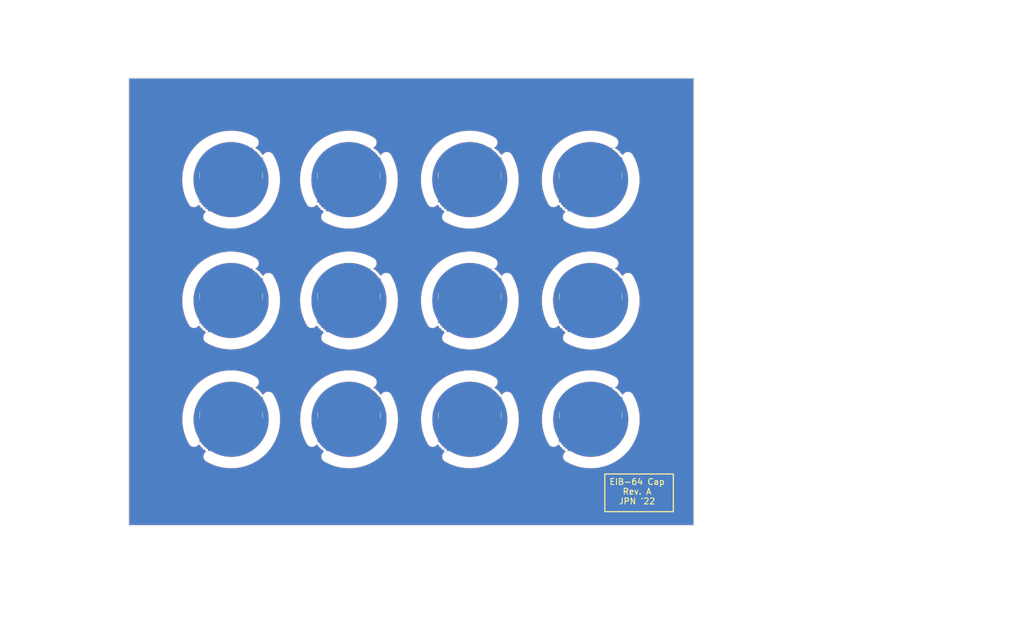
<source format=kicad_pcb>
(kicad_pcb (version 20211014) (generator pcbnew)
  (title_block (title "EIB-64 Cap") (rev "A") (company "Open Ephys, Inc.") (comment 1 "Jonathan Newman"))
  (layers (0 "F.Cu" signal) (31 "B.Cu" signal) (34 "B.Paste" user) (35 "F.Paste" user) (36 "B.SilkS" user "B.Silkscreen") (37 "F.SilkS" user "F.Silkscreen") (38 "B.Mask" user) (39 "F.Mask" user) (44 "Edge.Cuts" user))
  (net 0 "")
  (net 1 "GND")
  (footprint "LOGO" (layer "F.Cu") (at 81.28137 73.606371)
    (fp_text reference "G***" hide)
    (fp_text value "LOGO" hide)
  )
  (footprint "LOGO" (layer "F.Cu") (at 171.58137 63.606371)
    (fp_text reference "G***" hide)
    (fp_text value "LOGO" hide)
  )
  (footprint "LOGO" (layer "F.Cu") (at 171.28137 103.406371)
    (fp_text reference "G***" hide)
    (fp_text value "LOGO" hide)
  )
  (footprint "LOGO" (layer "F.Cu") (at 171.48137 93.306371)
    (fp_text reference "G***" hide)
    (fp_text value "LOGO" hide)
  )
  (footprint "jonnew:HIROSE_DF40C70DP04V51" (layer "F.Cu") (at 141.49675 67.787742)
    (fp_text reference "J3" hide)
    (fp_text value "DF40C-70DP-0.4V(51)" hide)
    (pad "1" smd rect (at -6.8 1.355) (size 0.23 0.66) (layers "F.Cu" "F.Paste" "F.Mask"))
    (pad "2" smd rect (at -6.8 -1.355) (size 0.23 0.66) (layers "F.Cu" "F.Paste" "F.Mask"))
    (pad "3" smd rect (at -6.4 1.355) (size 0.23 0.66) (layers "F.Cu" "F.Paste" "F.Mask"))
    (pad "4" smd rect (at -6.4 -1.355) (size 0.23 0.66) (layers "F.Cu" "F.Paste" "F.Mask"))
    (pad "5" smd rect (at -6 1.355) (size 0.23 0.66) (layers "F.Cu" "F.Paste" "F.Mask"))
    (pad "6" smd rect (at -6 -1.355) (size 0.23 0.66) (layers "F.Cu" "F.Paste" "F.Mask"))
    (pad "7" smd rect (at -5.6 1.355) (size 0.23 0.66) (layers "F.Cu" "F.Paste" "F.Mask"))
    (pad "8" smd rect (at -5.6 -1.355) (size 0.23 0.66) (layers "F.Cu" "F.Paste" "F.Mask"))
    (pad "9" smd rect (at -5.2 1.355) (size 0.23 0.66) (layers "F.Cu" "F.Paste" "F.Mask"))
    (pad "10" smd rect (at -5.2 -1.355) (size 0.23 0.66) (layers "F.Cu" "F.Paste" "F.Mask"))
    (pad "11" smd rect (at -4.8 1.355) (size 0.23 0.66) (layers "F.Cu" "F.Paste" "F.Mask"))
    (pad "12" smd rect (at -4.8 -1.355) (size 0.23 0.66) (layers "F.Cu" "F.Paste" "F.Mask"))
    (pad "13" smd rect (at -4.4 1.355) (size 0.23 0.66) (layers "F.Cu" "F.Paste" "F.Mask"))
    (pad "14" smd rect (at -4.4 -1.355) (size 0.23 0.66) (layers "F.Cu" "F.Paste" "F.Mask"))
    (pad "15" smd rect (at -4 1.355) (size 0.23 0.66) (layers "F.Cu" "F.Paste" "F.Mask"))
    (pad "16" smd rect (at -4 -1.355) (size 0.23 0.66) (layers "F.Cu" "F.Paste" "F.Mask"))
    (pad "17" smd rect (at -3.6 1.355) (size 0.23 0.66) (layers "F.Cu" "F.Paste" "F.Mask"))
    (pad "18" smd rect (at -3.6 -1.355) (size 0.23 0.66) (layers "F.Cu" "F.Paste" "F.Mask"))
    (pad "19" smd rect (at -3.2 1.355) (size 0.23 0.66) (layers "F.Cu" "F.Paste" "F.Mask"))
    (pad "20" smd rect (at -3.2 -1.355) (size 0.23 0.66) (layers "F.Cu" "F.Paste" "F.Mask"))
    (pad "21" smd rect (at -2.8 1.355) (size 0.23 0.66) (layers "F.Cu" "F.Paste" "F.Mask"))
    (pad "22" smd rect (at -2.8 -1.355) (size 0.23 0.66) (layers "F.Cu" "F.Paste" "F.Mask"))
    (pad "23" smd rect (at -2.4 1.355) (size 0.23 0.66) (layers "F.Cu" "F.Paste" "F.Mask"))
    (pad "24" smd rect (at -2.4 -1.355) (size 0.23 0.66) (layers "F.Cu" "F.Paste" "F.Mask"))
    (pad "25" smd rect (at -2 1.355) (size 0.23 0.66) (layers "F.Cu" "F.Paste" "F.Mask"))
    (pad "26" smd rect (at -2 -1.355) (size 0.23 0.66) (layers "F.Cu" "F.Paste" "F.Mask"))
    (pad "27" smd rect (at -1.6 1.355) (size 0.23 0.66) (layers "F.Cu" "F.Paste" "F.Mask"))
    (pad "28" smd rect (at -1.6 -1.355) (size 0.23 0.66) (layers "F.Cu" "F.Paste" "F.Mask"))
    (pad "29" smd rect (at -1.2 1.355) (size 0.23 0.66) (layers "F.Cu" "F.Paste" "F.Mask"))
    (pad "30" smd rect (at -1.2 -1.355) (size 0.23 0.66) (layers "F.Cu" "F.Paste" "F.Mask"))
    (pad "31" smd rect (at -0.8 1.355) (size 0.23 0.66) (layers "F.Cu" "F.Paste" "F.Mask"))
    (pad "32" smd rect (at -0.8 -1.355) (size 0.23 0.66) (layers "F.Cu" "F.Paste" "F.Mask"))
    (pad "33" smd rect (at -0.4 1.355) (size 0.23 0.66) (layers "F.Cu" "F.Paste" "F.Mask"))
    (pad "34" smd rect (at -0.4 -1.355) (size 0.23 0.66) (layers "F.Cu" "F.Paste" "F.Mask"))
    (pad "35" smd rect (at 0 1.355) (size 0.23 0.66) (layers "F.Cu" "F.Paste" "F.Mask"))
    (pad "36" smd rect (at 0 -1.355) (size 0.23 0.66) (layers "F.Cu" "F.Paste" "F.Mask"))
    (pad "37" smd rect (at 0.4 1.355) (size 0.23 0.66) (layers "F.Cu" "F.Paste" "F.Mask"))
    (pad "38" smd rect (at 0.4 -1.355) (size 0.23 0.66) (layers "F.Cu" "F.Paste" "F.Mask"))
    (pad "39" smd rect (at 0.8 1.355) (size 0.23 0.66) (layers "F.Cu" "F.Paste" "F.Mask"))
    (pad "40" smd rect (at 0.8 -1.355) (size 0.23 0.66) (layers "F.Cu" "F.Paste" "F.Mask"))
    (pad "41" smd rect (at 1.2 1.355) (size 0.23 0.66) (layers "F.Cu" "F.Paste" "F.Mask"))
    (pad "42" smd rect (at 1.2 -1.355) (size 0.23 0.66) (layers "F.Cu" "F.Paste" "F.Mask"))
    (pad "43" smd rect (at 1.6 1.355) (size 0.23 0.66) (layers "F.Cu" "F.Paste" "F.Mask"))
    (pad "44" smd rect (at 1.6 -1.355) (size 0.23 0.66) (layers "F.Cu" "F.Paste" "F.Mask"))
    (pad "45" smd rect (at 2 1.355) (size 0.23 0.66) (layers "F.Cu" "F.Paste" "F.Mask"))
    (pad "46" smd rect (at 2 -1.355) (size 0.23 0.66) (layers "F.Cu" "F.Paste" "F.Mask"))
    (pad "47" smd rect (at 2.4 1.355) (size 0.23 0.66) (layers "F.Cu" "F.Paste" "F.Mask"))
    (pad "48" smd rect (at 2.4 -1.355) (size 0.23 0.66) (layers "F.Cu" "F.Paste" "F.Mask"))
    (pad "49" smd rect (at 2.8 1.355) (size 0.23 0.66) (layers "F.Cu" "F.Paste" "F.Mask"))
    (pad "50" smd rect (at 2.8 -1.355) (size 0.23 0.66) (layers "F.Cu" "F.Paste" "F.Mask"))
    (pad "51" smd rect (at 3.2 1.355) (size 0.23 0.66) (layers "F.Cu" "F.Paste" "F.Mask"))
    (pad "52" smd rect (at 3.2 -1.355) (size 0.23 0.66) (layers "F.Cu" "F.Paste" "F.Mask"))
    (pad "53" smd rect (at 3.6 1.355) (size 0.23 0.66) (layers "F.Cu" "F.Paste" "F.Mask"))
    (pad "54" smd rect (at 3.6 -1.355) (size 0.23 0.66) (layers "F.Cu" "F.Paste" "F.Mask"))
    (pad "55" smd rect (at 4 1.355) (size 0.23 0.66) (layers "F.Cu" "F.Paste" "F.Mask"))
    (pad "56" smd rect (at 4 -1.355) (size 0.23 0.66) (layers "F.Cu" "F.Paste" "F.Mask"))
    (pad "57" smd rect (at 4.4 1.355) (size 0.23 0.66) (layers "F.Cu" "F.Paste" "F.Mask"))
    (pad "58" smd rect (at 4.4 -1.355) (size 0.23 0.66) (layers "F.Cu" "F.Paste" "F.Mask"))
    (pad "59" smd rect (at 4.8 1.355) (size 0.23 0.66) (layers "F.Cu" "F.Paste" "F.Mask"))
    (pad "60" smd rect (at 4.8 -1.355) (size 0.23 0.66) (layers "F.Cu" "F.Paste" "F.Mask"))
    (pad "61" smd rect (at 5.2 1.355) (size 0.23 0.66) (layers "F.Cu" "F.Paste" "F.Mask"))
    (pad "62" smd rect (at 5.2 -1.355) (size 0.23 0.66) (layers "F.Cu" "F.Paste" "F.Mask"))
    (pad "63" smd rect (at 5.6 1.355) (size 0.23 0.66) (layers "F.Cu" "F.Paste" "F.Mask"))
    (pad "64" smd rect (at 5.6 -1.355) (size 0.23 0.66) (layers "F.Cu" "F.Paste" "F.Mask"))
    (pad "65" smd rect (at 6 1.355) (size 0.23 0.66) (layers "F.Cu" "F.Paste" "F.Mask"))
    (pad "66" smd rect (at 6 -1.355) (size 0.23 0.66) (layers "F.Cu" "F.Paste" "F.Mask"))
    (pad "67" smd rect (at 6.4 1.355) (size 0.23 0.66) (layers "F.Cu" "F.Paste" "F.Mask"))
    (pad "68" smd rect (at 6.4 -1.355) (size 0.23 0.66) (layers "F.Cu" "F.Paste" "F.Mask"))
    (pad "69" smd rect (at 6.8 1.355) (size 0.23 0.66) (layers "F.Cu" "F.Paste" "F.Mask"))
    (pad "70" smd rect (at 6.8 -1.355) (size 0.23 0.66) (layers "F.Cu" "F.Paste" "F.Mask"))
    (pad "MP1" smd rect (at -7.275 1.355) (size 0.35 0.66) (layers "F.Cu" "F.Paste" "F.Mask") (net 1 "GND"))
    (pad "MP2" smd rect (at -7.275 -1.355) (size 0.35 0.66) (layers "F.Cu" "F.Paste" "F.Mask") (net 1 "GND"))
    (pad "MP3" smd rect (at 7.275 1.355) (size 0.35 0.66) (layers "F.Cu" "F.Paste" "F.Mask") (net 1 "GND"))
    (pad "MP4" smd rect (at 7.275 -1.355) (size 0.35 0.66) (layers "F.Cu" "F.Paste" "F.Mask") (net 1 "GND"))
  )
  (footprint "LOGO" (layer "F.Cu") (at 141.98137 122.906371)
    (fp_text reference "G***" hide)
    (fp_text value "LOGO" hide)
  )
  (footprint "LOGO" (layer "F.Cu") (at 111.48137 63.606371)
    (fp_text reference "G***" hide)
    (fp_text value "LOGO" hide)
  )
  (footprint "jonnew:HIROSE_DF40C70DP04V51" (layer "F.Cu") (at 82.24411 67.787742)
    (fp_text reference "J1" hide)
    (fp_text value "DF40C-70DP-0.4V(51)" hide)
    (pad "1" smd rect (at -6.8 1.355) (size 0.23 0.66) (layers "F.Cu" "F.Paste" "F.Mask"))
    (pad "2" smd rect (at -6.8 -1.355) (size 0.23 0.66) (layers "F.Cu" "F.Paste" "F.Mask"))
    (pad "3" smd rect (at -6.4 1.355) (size 0.23 0.66) (layers "F.Cu" "F.Paste" "F.Mask"))
    (pad "4" smd rect (at -6.4 -1.355) (size 0.23 0.66) (layers "F.Cu" "F.Paste" "F.Mask"))
    (pad "5" smd rect (at -6 1.355) (size 0.23 0.66) (layers "F.Cu" "F.Paste" "F.Mask"))
    (pad "6" smd rect (at -6 -1.355) (size 0.23 0.66) (layers "F.Cu" "F.Paste" "F.Mask"))
    (pad "7" smd rect (at -5.6 1.355) (size 0.23 0.66) (layers "F.Cu" "F.Paste" "F.Mask"))
    (pad "8" smd rect (at -5.6 -1.355) (size 0.23 0.66) (layers "F.Cu" "F.Paste" "F.Mask"))
    (pad "9" smd rect (at -5.2 1.355) (size 0.23 0.66) (layers "F.Cu" "F.Paste" "F.Mask"))
    (pad "10" smd rect (at -5.2 -1.355) (size 0.23 0.66) (layers "F.Cu" "F.Paste" "F.Mask"))
    (pad "11" smd rect (at -4.8 1.355) (size 0.23 0.66) (layers "F.Cu" "F.Paste" "F.Mask"))
    (pad "12" smd rect (at -4.8 -1.355) (size 0.23 0.66) (layers "F.Cu" "F.Paste" "F.Mask"))
    (pad "13" smd rect (at -4.4 1.355) (size 0.23 0.66) (layers "F.Cu" "F.Paste" "F.Mask"))
    (pad "14" smd rect (at -4.4 -1.355) (size 0.23 0.66) (layers "F.Cu" "F.Paste" "F.Mask"))
    (pad "15" smd rect (at -4 1.355) (size 0.23 0.66) (layers "F.Cu" "F.Paste" "F.Mask"))
    (pad "16" smd rect (at -4 -1.355) (size 0.23 0.66) (layers "F.Cu" "F.Paste" "F.Mask"))
    (pad "17" smd rect (at -3.6 1.355) (size 0.23 0.66) (layers "F.Cu" "F.Paste" "F.Mask"))
    (pad "18" smd rect (at -3.6 -1.355) (size 0.23 0.66) (layers "F.Cu" "F.Paste" "F.Mask"))
    (pad "19" smd rect (at -3.2 1.355) (size 0.23 0.66) (layers "F.Cu" "F.Paste" "F.Mask"))
    (pad "20" smd rect (at -3.2 -1.355) (size 0.23 0.66) (layers "F.Cu" "F.Paste" "F.Mask"))
    (pad "21" smd rect (at -2.8 1.355) (size 0.23 0.66) (layers "F.Cu" "F.Paste" "F.Mask"))
    (pad "22" smd rect (at -2.8 -1.355) (size 0.23 0.66) (layers "F.Cu" "F.Paste" "F.Mask"))
    (pad "23" smd rect (at -2.4 1.355) (size 0.23 0.66) (layers "F.Cu" "F.Paste" "F.Mask"))
    (pad "24" smd rect (at -2.4 -1.355) (size 0.23 0.66) (layers "F.Cu" "F.Paste" "F.Mask"))
    (pad "25" smd rect (at -2 1.355) (size 0.23 0.66) (layers "F.Cu" "F.Paste" "F.Mask"))
    (pad "26" smd rect (at -2 -1.355) (size 0.23 0.66) (layers "F.Cu" "F.Paste" "F.Mask"))
    (pad "27" smd rect (at -1.6 1.355) (size 0.23 0.66) (layers "F.Cu" "F.Paste" "F.Mask"))
    (pad "28" smd rect (at -1.6 -1.355) (size 0.23 0.66) (layers "F.Cu" "F.Paste" "F.Mask"))
    (pad "29" smd rect (at -1.2 1.355) (size 0.23 0.66) (layers "F.Cu" "F.Paste" "F.Mask"))
    (pad "30" smd rect (at -1.2 -1.355) (size 0.23 0.66) (layers "F.Cu" "F.Paste" "F.Mask"))
    (pad "31" smd rect (at -0.8 1.355) (size 0.23 0.66) (layers "F.Cu" "F.Paste" "F.Mask"))
    (pad "32" smd rect (at -0.8 -1.355) (size 0.23 0.66) (layers "F.Cu" "F.Paste" "F.Mask"))
    (pad "33" smd rect (at -0.4 1.355) (size 0.23 0.66) (layers "F.Cu" "F.Paste" "F.Mask"))
    (pad "34" smd rect (at -0.4 -1.355) (size 0.23 0.66) (layers "F.Cu" "F.Paste" "F.Mask"))
    (pad "35" smd rect (at 0 1.355) (size 0.23 0.66) (layers "F.Cu" "F.Paste" "F.Mask"))
    (pad "36" smd rect (at 0 -1.355) (size 0.23 0.66) (layers "F.Cu" "F.Paste" "F.Mask"))
    (pad "37" smd rect (at 0.4 1.355) (size 0.23 0.66) (layers "F.Cu" "F.Paste" "F.Mask"))
    (pad "38" smd rect (at 0.4 -1.355) (size 0.23 0.66) (layers "F.Cu" "F.Paste" "F.Mask"))
    (pad "39" smd rect (at 0.8 1.355) (size 0.23 0.66) (layers "F.Cu" "F.Paste" "F.Mask"))
    (pad "40" smd rect (at 0.8 -1.355) (size 0.23 0.66) (layers "F.Cu" "F.Paste" "F.Mask"))
    (pad "41" smd rect (at 1.2 1.355) (size 0.23 0.66) (layers "F.Cu" "F.Paste" "F.Mask"))
    (pad "42" smd rect (at 1.2 -1.355) (size 0.23 0.66) (layers "F.Cu" "F.Paste" "F.Mask"))
    (pad "43" smd rect (at 1.6 1.355) (size 0.23 0.66) (layers "F.Cu" "F.Paste" "F.Mask"))
    (pad "44" smd rect (at 1.6 -1.355) (size 0.23 0.66) (layers "F.Cu" "F.Paste" "F.Mask"))
    (pad "45" smd rect (at 2 1.355) (size 0.23 0.66) (layers "F.Cu" "F.Paste" "F.Mask"))
    (pad "46" smd rect (at 2 -1.355) (size 0.23 0.66) (layers "F.Cu" "F.Paste" "F.Mask"))
    (pad "47" smd rect (at 2.4 1.355) (size 0.23 0.66) (layers "F.Cu" "F.Paste" "F.Mask"))
    (pad "48" smd rect (at 2.4 -1.355) (size 0.23 0.66) (layers "F.Cu" "F.Paste" "F.Mask"))
    (pad "49" smd rect (at 2.8 1.355) (size 0.23 0.66) (layers "F.Cu" "F.Paste" "F.Mask"))
    (pad "50" smd rect (at 2.8 -1.355) (size 0.23 0.66) (layers "F.Cu" "F.Paste" "F.Mask"))
    (pad "51" smd rect (at 3.2 1.355) (size 0.23 0.66) (layers "F.Cu" "F.Paste" "F.Mask"))
    (pad "52" smd rect (at 3.2 -1.355) (size 0.23 0.66) (layers "F.Cu" "F.Paste" "F.Mask"))
    (pad "53" smd rect (at 3.6 1.355) (size 0.23 0.66) (layers "F.Cu" "F.Paste" "F.Mask"))
    (pad "54" smd rect (at 3.6 -1.355) (size 0.23 0.66) (layers "F.Cu" "F.Paste" "F.Mask"))
    (pad "55" smd rect (at 4 1.355) (size 0.23 0.66) (layers "F.Cu" "F.Paste" "F.Mask"))
    (pad "56" smd rect (at 4 -1.355) (size 0.23 0.66) (layers "F.Cu" "F.Paste" "F.Mask"))
    (pad "57" smd rect (at 4.4 1.355) (size 0.23 0.66) (layers "F.Cu" "F.Paste" "F.Mask"))
    (pad "58" smd rect (at 4.4 -1.355) (size 0.23 0.66) (layers "F.Cu" "F.Paste" "F.Mask"))
    (pad "59" smd rect (at 4.8 1.355) (size 0.23 0.66) (layers "F.Cu" "F.Paste" "F.Mask"))
    (pad "60" smd rect (at 4.8 -1.355) (size 0.23 0.66) (layers "F.Cu" "F.Paste" "F.Mask"))
    (pad "61" smd rect (at 5.2 1.355) (size 0.23 0.66) (layers "F.Cu" "F.Paste" "F.Mask"))
    (pad "62" smd rect (at 5.2 -1.355) (size 0.23 0.66) (layers "F.Cu" "F.Paste" "F.Mask"))
    (pad "63" smd rect (at 5.6 1.355) (size 0.23 0.66) (layers "F.Cu" "F.Paste" "F.Mask"))
    (pad "64" smd rect (at 5.6 -1.355) (size 0.23 0.66) (layers "F.Cu" "F.Paste" "F.Mask"))
    (pad "65" smd rect (at 6 1.355) (size 0.23 0.66) (layers "F.Cu" "F.Paste" "F.Mask"))
    (pad "66" smd rect (at 6 -1.355) (size 0.23 0.66) (layers "F.Cu" "F.Paste" "F.Mask"))
    (pad "67" smd rect (at 6.4 1.355) (size 0.23 0.66) (layers "F.Cu" "F.Paste" "F.Mask"))
    (pad "68" smd rect (at 6.4 -1.355) (size 0.23 0.66) (layers "F.Cu" "F.Paste" "F.Mask"))
    (pad "69" smd rect (at 6.8 1.355) (size 0.23 0.66) (layers "F.Cu" "F.Paste" "F.Mask"))
    (pad "70" smd rect (at 6.8 -1.355) (size 0.23 0.66) (layers "F.Cu" "F.Paste" "F.Mask"))
    (pad "MP1" smd rect (at -7.275 1.355) (size 0.35 0.66) (layers "F.Cu" "F.Paste" "F.Mask") (net 1 "GND"))
    (pad "MP2" smd rect (at -7.275 -1.355) (size 0.35 0.66) (layers "F.Cu" "F.Paste" "F.Mask") (net 1 "GND"))
    (pad "MP3" smd rect (at 7.275 1.355) (size 0.35 0.66) (layers "F.Cu" "F.Paste" "F.Mask") (net 1 "GND"))
    (pad "MP4" smd rect (at 7.275 -1.355) (size 0.35 0.66) (layers "F.Cu" "F.Paste" "F.Mask") (net 1 "GND"))
  )
  (footprint "LOGO" (layer "F.Cu") (at 141.28137 73.606371)
    (fp_text reference "G***" hide)
    (fp_text value "LOGO" hide)
  )
  (footprint "jonnew:HIROSE_DF40C70DP04V51" (layer "F.Cu") (at 111.49675 67.787742)
    (fp_text reference "J2" hide)
    (fp_text value "DF40C-70DP-0.4V(51)" hide)
    (pad "1" smd rect (at -6.8 1.355) (size 0.23 0.66) (layers "F.Cu" "F.Paste" "F.Mask"))
    (pad "2" smd rect (at -6.8 -1.355) (size 0.23 0.66) (layers "F.Cu" "F.Paste" "F.Mask"))
    (pad "3" smd rect (at -6.4 1.355) (size 0.23 0.66) (layers "F.Cu" "F.Paste" "F.Mask"))
    (pad "4" smd rect (at -6.4 -1.355) (size 0.23 0.66) (layers "F.Cu" "F.Paste" "F.Mask"))
    (pad "5" smd rect (at -6 1.355) (size 0.23 0.66) (layers "F.Cu" "F.Paste" "F.Mask"))
    (pad "6" smd rect (at -6 -1.355) (size 0.23 0.66) (layers "F.Cu" "F.Paste" "F.Mask"))
    (pad "7" smd rect (at -5.6 1.355) (size 0.23 0.66) (layers "F.Cu" "F.Paste" "F.Mask"))
    (pad "8" smd rect (at -5.6 -1.355) (size 0.23 0.66) (layers "F.Cu" "F.Paste" "F.Mask"))
    (pad "9" smd rect (at -5.2 1.355) (size 0.23 0.66) (layers "F.Cu" "F.Paste" "F.Mask"))
    (pad "10" smd rect (at -5.2 -1.355) (size 0.23 0.66) (layers "F.Cu" "F.Paste" "F.Mask"))
    (pad "11" smd rect (at -4.8 1.355) (size 0.23 0.66) (layers "F.Cu" "F.Paste" "F.Mask"))
    (pad "12" smd rect (at -4.8 -1.355) (size 0.23 0.66) (layers "F.Cu" "F.Paste" "F.Mask"))
    (pad "13" smd rect (at -4.4 1.355) (size 0.23 0.66) (layers "F.Cu" "F.Paste" "F.Mask"))
    (pad "14" smd rect (at -4.4 -1.355) (size 0.23 0.66) (layers "F.Cu" "F.Paste" "F.Mask"))
    (pad "15" smd rect (at -4 1.355) (size 0.23 0.66) (layers "F.Cu" "F.Paste" "F.Mask"))
    (pad "16" smd rect (at -4 -1.355) (size 0.23 0.66) (layers "F.Cu" "F.Paste" "F.Mask"))
    (pad "17" smd rect (at -3.6 1.355) (size 0.23 0.66) (layers "F.Cu" "F.Paste" "F.Mask"))
    (pad "18" smd rect (at -3.6 -1.355) (size 0.23 0.66) (layers "F.Cu" "F.Paste" "F.Mask"))
    (pad "19" smd rect (at -3.2 1.355) (size 0.23 0.66) (layers "F.Cu" "F.Paste" "F.Mask"))
    (pad "20" smd rect (at -3.2 -1.355) (size 0.23 0.66) (layers "F.Cu" "F.Paste" "F.Mask"))
    (pad "21" smd rect (at -2.8 1.355) (size 0.23 0.66) (layers "F.Cu" "F.Paste" "F.Mask"))
    (pad "22" smd rect (at -2.8 -1.355) (size 0.23 0.66) (layers "F.Cu" "F.Paste" "F.Mask"))
    (pad "23" smd rect (at -2.4 1.355) (size 0.23 0.66) (layers "F.Cu" "F.Paste" "F.Mask"))
    (pad "24" smd rect (at -2.4 -1.355) (size 0.23 0.66) (layers "F.Cu" "F.Paste" "F.Mask"))
    (pad "25" smd rect (at -2 1.355) (size 0.23 0.66) (layers "F.Cu" "F.Paste" "F.Mask"))
    (pad "26" smd rect (at -2 -1.355) (size 0.23 0.66) (layers "F.Cu" "F.Paste" "F.Mask"))
    (pad "27" smd rect (at -1.6 1.355) (size 0.23 0.66) (layers "F.Cu" "F.Paste" "F.Mask"))
    (pad "28" smd rect (at -1.6 -1.355) (size 0.23 0.66) (layers "F.Cu" "F.Paste" "F.Mask"))
    (pad "29" smd rect (at -1.2 1.355) (size 0.23 0.66) (layers "F.Cu" "F.Paste" "F.Mask"))
    (pad "30" smd rect (at -1.2 -1.355) (size 0.23 0.66) (layers "F.Cu" "F.Paste" "F.Mask"))
    (pad "31" smd rect (at -0.8 1.355) (size 0.23 0.66) (layers "F.Cu" "F.Paste" "F.Mask"))
    (pad "32" smd rect (at -0.8 -1.355) (size 0.23 0.66) (layers "F.Cu" "F.Paste" "F.Mask"))
    (pad "33" smd rect (at -0.4 1.355) (size 0.23 0.66) (layers "F.Cu" "F.Paste" "F.Mask"))
    (pad "34" smd rect (at -0.4 -1.355) (size 0.23 0.66) (layers "F.Cu" "F.Paste" "F.Mask"))
    (pad "35" smd rect (at 0 1.355) (size 0.23 0.66) (layers "F.Cu" "F.Paste" "F.Mask"))
    (pad "36" smd rect (at 0 -1.355) (size 0.23 0.66) (layers "F.Cu" "F.Paste" "F.Mask"))
    (pad "37" smd rect (at 0.4 1.355) (size 0.23 0.66) (layers "F.Cu" "F.Paste" "F.Mask"))
    (pad "38" smd rect (at 0.4 -1.355) (size 0.23 0.66) (layers "F.Cu" "F.Paste" "F.Mask"))
    (pad "39" smd rect (at 0.8 1.355) (size 0.23 0.66) (layers "F.Cu" "F.Paste" "F.Mask"))
    (pad "40" smd rect (at 0.8 -1.355) (size 0.23 0.66) (layers "F.Cu" "F.Paste" "F.Mask"))
    (pad "41" smd rect (at 1.2 1.355) (size 0.23 0.66) (layers "F.Cu" "F.Paste" "F.Mask"))
    (pad "42" smd rect (at 1.2 -1.355) (size 0.23 0.66) (layers "F.Cu" "F.Paste" "F.Mask"))
    (pad "43" smd rect (at 1.6 1.355) (size 0.23 0.66) (layers "F.Cu" "F.Paste" "F.Mask"))
    (pad "44" smd rect (at 1.6 -1.355) (size 0.23 0.66) (layers "F.Cu" "F.Paste" "F.Mask"))
    (pad "45" smd rect (at 2 1.355) (size 0.23 0.66) (layers "F.Cu" "F.Paste" "F.Mask"))
    (pad "46" smd rect (at 2 -1.355) (size 0.23 0.66) (layers "F.Cu" "F.Paste" "F.Mask"))
    (pad "47" smd rect (at 2.4 1.355) (size 0.23 0.66) (layers "F.Cu" "F.Paste" "F.Mask"))
    (pad "48" smd rect (at 2.4 -1.355) (size 0.23 0.66) (layers "F.Cu" "F.Paste" "F.Mask"))
    (pad "49" smd rect (at 2.8 1.355) (size 0.23 0.66) (layers "F.Cu" "F.Paste" "F.Mask"))
    (pad "50" smd rect (at 2.8 -1.355) (size 0.23 0.66) (layers "F.Cu" "F.Paste" "F.Mask"))
    (pad "51" smd rect (at 3.2 1.355) (size 0.23 0.66) (layers "F.Cu" "F.Paste" "F.Mask"))
    (pad "52" smd rect (at 3.2 -1.355) (size 0.23 0.66) (layers "F.Cu" "F.Paste" "F.Mask"))
    (pad "53" smd rect (at 3.6 1.355) (size 0.23 0.66) (layers "F.Cu" "F.Paste" "F.Mask"))
    (pad "54" smd rect (at 3.6 -1.355) (size 0.23 0.66) (layers "F.Cu" "F.Paste" "F.Mask"))
    (pad "55" smd rect (at 4 1.355) (size 0.23 0.66) (layers "F.Cu" "F.Paste" "F.Mask"))
    (pad "56" smd rect (at 4 -1.355) (size 0.23 0.66) (layers "F.Cu" "F.Paste" "F.Mask"))
    (pad "57" smd rect (at 4.4 1.355) (size 0.23 0.66) (layers "F.Cu" "F.Paste" "F.Mask"))
    (pad "58" smd rect (at 4.4 -1.355) (size 0.23 0.66) (layers "F.Cu" "F.Paste" "F.Mask"))
    (pad "59" smd rect (at 4.8 1.355) (size 0.23 0.66) (layers "F.Cu" "F.Paste" "F.Mask"))
    (pad "60" smd rect (at 4.8 -1.355) (size 0.23 0.66) (layers "F.Cu" "F.Paste" "F.Mask"))
    (pad "61" smd rect (at 5.2 1.355) (size 0.23 0.66) (layers "F.Cu" "F.Paste" "F.Mask"))
    (pad "62" smd rect (at 5.2 -1.355) (size 0.23 0.66) (layers "F.Cu" "F.Paste" "F.Mask"))
    (pad "63" smd rect (at 5.6 1.355) (size 0.23 0.66) (layers "F.Cu" "F.Paste" "F.Mask"))
    (pad "64" smd rect (at 5.6 -1.355) (size 0.23 0.66) (layers "F.Cu" "F.Paste" "F.Mask"))
    (pad "65" smd rect (at 6 1.355) (size 0.23 0.66) (layers "F.Cu" "F.Paste" "F.Mask"))
    (pad "66" smd rect (at 6 -1.355) (size 0.23 0.66) (layers "F.Cu" "F.Paste" "F.Mask"))
    (pad "67" smd rect (at 6.4 1.355) (size 0.23 0.66) (layers "F.Cu" "F.Paste" "F.Mask"))
    (pad "68" smd rect (at 6.4 -1.355) (size 0.23 0.66) (layers "F.Cu" "F.Paste" "F.Mask"))
    (pad "69" smd rect (at 6.8 1.355) (size 0.23 0.66) (layers "F.Cu" "F.Paste" "F.Mask"))
    (pad "70" smd rect (at 6.8 -1.355) (size 0.23 0.66) (layers "F.Cu" "F.Paste" "F.Mask"))
    (pad "MP1" smd rect (at -7.275 1.355) (size 0.35 0.66) (layers "F.Cu" "F.Paste" "F.Mask") (net 1 "GND"))
    (pad "MP2" smd rect (at -7.275 -1.355) (size 0.35 0.66) (layers "F.Cu" "F.Paste" "F.Mask") (net 1 "GND"))
    (pad "MP3" smd rect (at 7.275 1.355) (size 0.35 0.66) (layers "F.Cu" "F.Paste" "F.Mask") (net 1 "GND"))
    (pad "MP4" smd rect (at 7.275 -1.355) (size 0.35 0.66) (layers "F.Cu" "F.Paste" "F.Mask") (net 1 "GND"))
  )
  (footprint "LOGO" (layer "F.Cu") (at 111.28137 103.406371)
    (fp_text reference "G***" hide)
    (fp_text value "LOGO" hide)
  )
  (footprint "LOGO" (layer "F.Cu") (at 141.48137 93.306371)
    (fp_text reference "G***" hide)
    (fp_text value "LOGO" hide)
  )
  (footprint "LOGO" (layer "F.Cu") (at 81.28137 103.406371)
    (fp_text reference "G***" hide)
    (fp_text value "LOGO" hide)
  )
  (footprint "LOGO" (layer "F.Cu") (at 81.28137 133.206371)
    (fp_text reference "G***" hide)
    (fp_text value "LOGO" hide)
  )
  (footprint "LOGO" (layer "F.Cu") (at 111.28137 73.606371)
    (fp_text reference "G***" hide)
    (fp_text value "LOGO" hide)
  )
  (footprint "LOGO" (layer "F.Cu") (at 111.48137 93.306371)
    (fp_text reference "G***" hide)
    (fp_text value "LOGO" hide)
  )
  (footprint "jonnew:HIROSE_DF40C70DP04V51" (layer "F.Cu") (at 171.49675 67.787742)
    (fp_text reference "J4" hide)
    (fp_text value "DF40C-70DP-0.4V(51)" hide)
    (pad "1" smd rect (at -6.8 1.355) (size 0.23 0.66) (layers "F.Cu" "F.Paste" "F.Mask"))
    (pad "2" smd rect (at -6.8 -1.355) (size 0.23 0.66) (layers "F.Cu" "F.Paste" "F.Mask"))
    (pad "3" smd rect (at -6.4 1.355) (size 0.23 0.66) (layers "F.Cu" "F.Paste" "F.Mask"))
    (pad "4" smd rect (at -6.4 -1.355) (size 0.23 0.66) (layers "F.Cu" "F.Paste" "F.Mask"))
    (pad "5" smd rect (at -6 1.355) (size 0.23 0.66) (layers "F.Cu" "F.Paste" "F.Mask"))
    (pad "6" smd rect (at -6 -1.355) (size 0.23 0.66) (layers "F.Cu" "F.Paste" "F.Mask"))
    (pad "7" smd rect (at -5.6 1.355) (size 0.23 0.66) (layers "F.Cu" "F.Paste" "F.Mask"))
    (pad "8" smd rect (at -5.6 -1.355) (size 0.23 0.66) (layers "F.Cu" "F.Paste" "F.Mask"))
    (pad "9" smd rect (at -5.2 1.355) (size 0.23 0.66) (layers "F.Cu" "F.Paste" "F.Mask"))
    (pad "10" smd rect (at -5.2 -1.355) (size 0.23 0.66) (layers "F.Cu" "F.Paste" "F.Mask"))
    (pad "11" smd rect (at -4.8 1.355) (size 0.23 0.66) (layers "F.Cu" "F.Paste" "F.Mask"))
    (pad "12" smd rect (at -4.8 -1.355) (size 0.23 0.66) (layers "F.Cu" "F.Paste" "F.Mask"))
    (pad "13" smd rect (at -4.4 1.355) (size 0.23 0.66) (layers "F.Cu" "F.Paste" "F.Mask"))
    (pad "14" smd rect (at -4.4 -1.355) (size 0.23 0.66) (layers "F.Cu" "F.Paste" "F.Mask"))
    (pad "15" smd rect (at -4 1.355) (size 0.23 0.66) (layers "F.Cu" "F.Paste" "F.Mask"))
    (pad "16" smd rect (at -4 -1.355) (size 0.23 0.66) (layers "F.Cu" "F.Paste" "F.Mask"))
    (pad "17" smd rect (at -3.6 1.355) (size 0.23 0.66) (layers "F.Cu" "F.Paste" "F.Mask"))
    (pad "18" smd rect (at -3.6 -1.355) (size 0.23 0.66) (layers "F.Cu" "F.Paste" "F.Mask"))
    (pad "19" smd rect (at -3.2 1.355) (size 0.23 0.66) (layers "F.Cu" "F.Paste" "F.Mask"))
    (pad "20" smd rect (at -3.2 -1.355) (size 0.23 0.66) (layers "F.Cu" "F.Paste" "F.Mask"))
    (pad "21" smd rect (at -2.8 1.355) (size 0.23 0.66) (layers "F.Cu" "F.Paste" "F.Mask"))
    (pad "22" smd rect (at -2.8 -1.355) (size 0.23 0.66) (layers "F.Cu" "F.Paste" "F.Mask"))
    (pad "23" smd rect (at -2.4 1.355) (size 0.23 0.66) (layers "F.Cu" "F.Paste" "F.Mask"))
    (pad "24" smd rect (at -2.4 -1.355) (size 0.23 0.66) (layers "F.Cu" "F.Paste" "F.Mask"))
    (pad "25" smd rect (at -2 1.355) (size 0.23 0.66) (layers "F.Cu" "F.Paste" "F.Mask"))
    (pad "26" smd rect (at -2 -1.355) (size 0.23 0.66) (layers "F.Cu" "F.Paste" "F.Mask"))
    (pad "27" smd rect (at -1.6 1.355) (size 0.23 0.66) (layers "F.Cu" "F.Paste" "F.Mask"))
    (pad "28" smd rect (at -1.6 -1.355) (size 0.23 0.66) (layers "F.Cu" "F.Paste" "F.Mask"))
    (pad "29" smd rect (at -1.2 1.355) (size 0.23 0.66) (layers "F.Cu" "F.Paste" "F.Mask"))
    (pad "30" smd rect (at -1.2 -1.355) (size 0.23 0.66) (layers "F.Cu" "F.Paste" "F.Mask"))
    (pad "31" smd rect (at -0.8 1.355) (size 0.23 0.66) (layers "F.Cu" "F.Paste" "F.Mask"))
    (pad "32" smd rect (at -0.8 -1.355) (size 0.23 0.66) (layers "F.Cu" "F.Paste" "F.Mask"))
    (pad "33" smd rect (at -0.4 1.355) (size 0.23 0.66) (layers "F.Cu" "F.Paste" "F.Mask"))
    (pad "34" smd rect (at -0.4 -1.355) (size 0.23 0.66) (layers "F.Cu" "F.Paste" "F.Mask"))
    (pad "35" smd rect (at 0 1.355) (size 0.23 0.66) (layers "F.Cu" "F.Paste" "F.Mask"))
    (pad "36" smd rect (at 0 -1.355) (size 0.23 0.66) (layers "F.Cu" "F.Paste" "F.Mask"))
    (pad "37" smd rect (at 0.4 1.355) (size 0.23 0.66) (layers "F.Cu" "F.Paste" "F.Mask"))
    (pad "38" smd rect (at 0.4 -1.355) (size 0.23 0.66) (layers "F.Cu" "F.Paste" "F.Mask"))
    (pad "39" smd rect (at 0.8 1.355) (size 0.23 0.66) (layers "F.Cu" "F.Paste" "F.Mask"))
    (pad "40" smd rect (at 0.8 -1.355) (size 0.23 0.66) (layers "F.Cu" "F.Paste" "F.Mask"))
    (pad "41" smd rect (at 1.2 1.355) (size 0.23 0.66) (layers "F.Cu" "F.Paste" "F.Mask"))
    (pad "42" smd rect (at 1.2 -1.355) (size 0.23 0.66) (layers "F.Cu" "F.Paste" "F.Mask"))
    (pad "43" smd rect (at 1.6 1.355) (size 0.23 0.66) (layers "F.Cu" "F.Paste" "F.Mask"))
    (pad "44" smd rect (at 1.6 -1.355) (size 0.23 0.66) (layers "F.Cu" "F.Paste" "F.Mask"))
    (pad "45" smd rect (at 2 1.355) (size 0.23 0.66) (layers "F.Cu" "F.Paste" "F.Mask"))
    (pad "46" smd rect (at 2 -1.355) (size 0.23 0.66) (layers "F.Cu" "F.Paste" "F.Mask"))
    (pad "47" smd rect (at 2.4 1.355) (size 0.23 0.66) (layers "F.Cu" "F.Paste" "F.Mask"))
    (pad "48" smd rect (at 2.4 -1.355) (size 0.23 0.66) (layers "F.Cu" "F.Paste" "F.Mask"))
    (pad "49" smd rect (at 2.8 1.355) (size 0.23 0.66) (layers "F.Cu" "F.Paste" "F.Mask"))
    (pad "50" smd rect (at 2.8 -1.355) (size 0.23 0.66) (layers "F.Cu" "F.Paste" "F.Mask"))
    (pad "51" smd rect (at 3.2 1.355) (size 0.23 0.66) (layers "F.Cu" "F.Paste" "F.Mask"))
    (pad "52" smd rect (at 3.2 -1.355) (size 0.23 0.66) (layers "F.Cu" "F.Paste" "F.Mask"))
    (pad "53" smd rect (at 3.6 1.355) (size 0.23 0.66) (layers "F.Cu" "F.Paste" "F.Mask"))
    (pad "54" smd rect (at 3.6 -1.355) (size 0.23 0.66) (layers "F.Cu" "F.Paste" "F.Mask"))
    (pad "55" smd rect (at 4 1.355) (size 0.23 0.66) (layers "F.Cu" "F.Paste" "F.Mask"))
    (pad "56" smd rect (at 4 -1.355) (size 0.23 0.66) (layers "F.Cu" "F.Paste" "F.Mask"))
    (pad "57" smd rect (at 4.4 1.355) (size 0.23 0.66) (layers "F.Cu" "F.Paste" "F.Mask"))
    (pad "58" smd rect (at 4.4 -1.355) (size 0.23 0.66) (layers "F.Cu" "F.Paste" "F.Mask"))
    (pad "59" smd rect (at 4.8 1.355) (size 0.23 0.66) (layers "F.Cu" "F.Paste" "F.Mask"))
    (pad "60" smd rect (at 4.8 -1.355) (size 0.23 0.66) (layers "F.Cu" "F.Paste" "F.Mask"))
    (pad "61" smd rect (at 5.2 1.355) (size 0.23 0.66) (layers "F.Cu" "F.Paste" "F.Mask"))
    (pad "62" smd rect (at 5.2 -1.355) (size 0.23 0.66) (layers "F.Cu" "F.Paste" "F.Mask"))
    (pad "63" smd rect (at 5.6 1.355) (size 0.23 0.66) (layers "F.Cu" "F.Paste" "F.Mask"))
    (pad "64" smd rect (at 5.6 -1.355) (size 0.23 0.66) (layers "F.Cu" "F.Paste" "F.Mask"))
    (pad "65" smd rect (at 6 1.355) (size 0.23 0.66) (layers "F.Cu" "F.Paste" "F.Mask"))
    (pad "66" smd rect (at 6 -1.355) (size 0.23 0.66) (layers "F.Cu" "F.Paste" "F.Mask"))
    (pad "67" smd rect (at 6.4 1.355) (size 0.23 0.66) (layers "F.Cu" "F.Paste" "F.Mask"))
    (pad "68" smd rect (at 6.4 -1.355) (size 0.23 0.66) (layers "F.Cu" "F.Paste" "F.Mask"))
    (pad "69" smd rect (at 6.8 1.355) (size 0.23 0.66) (layers "F.Cu" "F.Paste" "F.Mask"))
    (pad "70" smd rect (at 6.8 -1.355) (size 0.23 0.66) (layers "F.Cu" "F.Paste" "F.Mask"))
    (pad "MP1" smd rect (at -7.275 1.355) (size 0.35 0.66) (layers "F.Cu" "F.Paste" "F.Mask") (net 1 "GND"))
    (pad "MP2" smd rect (at -7.275 -1.355) (size 0.35 0.66) (layers "F.Cu" "F.Paste" "F.Mask") (net 1 "GND"))
    (pad "MP3" smd rect (at 7.275 1.355) (size 0.35 0.66) (layers "F.Cu" "F.Paste" "F.Mask") (net 1 "GND"))
    (pad "MP4" smd rect (at 7.275 -1.355) (size 0.35 0.66) (layers "F.Cu" "F.Paste" "F.Mask") (net 1 "GND"))
  )
  (footprint "LOGO" (layer "F.Cu") (at 82.28137 93.306371)
    (fp_text reference "G***" hide)
    (fp_text value "LOGO" hide)
  )
  (footprint "jonnew:HIROSE_DF40C70DP04V51" (layer "F.Cu") (at 82.28137 127.281371)
    (fp_text reference "J9" hide)
    (fp_text value "DF40C-70DP-0.4V(51)" hide)
    (pad "1" smd rect (at -6.8 1.355) (size 0.23 0.66) (layers "F.Cu" "F.Paste" "F.Mask"))
    (pad "2" smd rect (at -6.8 -1.355) (size 0.23 0.66) (layers "F.Cu" "F.Paste" "F.Mask"))
    (pad "3" smd rect (at -6.4 1.355) (size 0.23 0.66) (layers "F.Cu" "F.Paste" "F.Mask"))
    (pad "4" smd rect (at -6.4 -1.355) (size 0.23 0.66) (layers "F.Cu" "F.Paste" "F.Mask"))
    (pad "5" smd rect (at -6 1.355) (size 0.23 0.66) (layers "F.Cu" "F.Paste" "F.Mask"))
    (pad "6" smd rect (at -6 -1.355) (size 0.23 0.66) (layers "F.Cu" "F.Paste" "F.Mask"))
    (pad "7" smd rect (at -5.6 1.355) (size 0.23 0.66) (layers "F.Cu" "F.Paste" "F.Mask"))
    (pad "8" smd rect (at -5.6 -1.355) (size 0.23 0.66) (layers "F.Cu" "F.Paste" "F.Mask"))
    (pad "9" smd rect (at -5.2 1.355) (size 0.23 0.66) (layers "F.Cu" "F.Paste" "F.Mask"))
    (pad "10" smd rect (at -5.2 -1.355) (size 0.23 0.66) (layers "F.Cu" "F.Paste" "F.Mask"))
    (pad "11" smd rect (at -4.8 1.355) (size 0.23 0.66) (layers "F.Cu" "F.Paste" "F.Mask"))
    (pad "12" smd rect (at -4.8 -1.355) (size 0.23 0.66) (layers "F.Cu" "F.Paste" "F.Mask"))
    (pad "13" smd rect (at -4.4 1.355) (size 0.23 0.66) (layers "F.Cu" "F.Paste" "F.Mask"))
    (pad "14" smd rect (at -4.4 -1.355) (size 0.23 0.66) (layers "F.Cu" "F.Paste" "F.Mask"))
    (pad "15" smd rect (at -4 1.355) (size 0.23 0.66) (layers "F.Cu" "F.Paste" "F.Mask"))
    (pad "16" smd rect (at -4 -1.355) (size 0.23 0.66) (layers "F.Cu" "F.Paste" "F.Mask"))
    (pad "17" smd rect (at -3.6 1.355) (size 0.23 0.66) (layers "F.Cu" "F.Paste" "F.Mask"))
    (pad "18" smd rect (at -3.6 -1.355) (size 0.23 0.66) (layers "F.Cu" "F.Paste" "F.Mask"))
    (pad "19" smd rect (at -3.2 1.355) (size 0.23 0.66) (layers "F.Cu" "F.Paste" "F.Mask"))
    (pad "20" smd rect (at -3.2 -1.355) (size 0.23 0.66) (layers "F.Cu" "F.Paste" "F.Mask"))
    (pad "21" smd rect (at -2.8 1.355) (size 0.23 0.66) (layers "F.Cu" "F.Paste" "F.Mask"))
    (pad "22" smd rect (at -2.8 -1.355) (size 0.23 0.66) (layers "F.Cu" "F.Paste" "F.Mask"))
    (pad "23" smd rect (at -2.4 1.355) (size 0.23 0.66) (layers "F.Cu" "F.Paste" "F.Mask"))
    (pad "24" smd rect (at -2.4 -1.355) (size 0.23 0.66) (layers "F.Cu" "F.Paste" "F.Mask"))
    (pad "25" smd rect (at -2 1.355) (size 0.23 0.66) (layers "F.Cu" "F.Paste" "F.Mask"))
    (pad "26" smd rect (at -2 -1.355) (size 0.23 0.66) (layers "F.Cu" "F.Paste" "F.Mask"))
    (pad "27" smd rect (at -1.6 1.355) (size 0.23 0.66) (layers "F.Cu" "F.Paste" "F.Mask"))
    (pad "28" smd rect (at -1.6 -1.355) (size 0.23 0.66) (layers "F.Cu" "F.Paste" "F.Mask"))
    (pad "29" smd rect (at -1.2 1.355) (size 0.23 0.66) (layers "F.Cu" "F.Paste" "F.Mask"))
    (pad "30" smd rect (at -1.2 -1.355) (size 0.23 0.66) (layers "F.Cu" "F.Paste" "F.Mask"))
    (pad "31" smd rect (at -0.8 1.355) (size 0.23 0.66) (layers "F.Cu" "F.Paste" "F.Mask"))
    (pad "32" smd rect (at -0.8 -1.355) (size 0.23 0.66) (layers "F.Cu" "F.Paste" "F.Mask"))
    (pad "33" smd rect (at -0.4 1.355) (size 0.23 0.66) (layers "F.Cu" "F.Paste" "F.Mask"))
    (pad "34" smd rect (at -0.4 -1.355) (size 0.23 0.66) (layers "F.Cu" "F.Paste" "F.Mask"))
    (pad "35" smd rect (at 0 1.355) (size 0.23 0.66) (layers "F.Cu" "F.Paste" "F.Mask"))
    (pad "36" smd rect (at 0 -1.355) (size 0.23 0.66) (layers "F.Cu" "F.Paste" "F.Mask"))
    (pad "37" smd rect (at 0.4 1.355) (size 0.23 0.66) (layers "F.Cu" "F.Paste" "F.Mask"))
    (pad "38" smd rect (at 0.4 -1.355) (size 0.23 0.66) (layers "F.Cu" "F.Paste" "F.Mask"))
    (pad "39" smd rect (at 0.8 1.355) (size 0.23 0.66) (layers "F.Cu" "F.Paste" "F.Mask"))
    (pad "40" smd rect (at 0.8 -1.355) (size 0.23 0.66) (layers "F.Cu" "F.Paste" "F.Mask"))
    (pad "41" smd rect (at 1.2 1.355) (size 0.23 0.66) (layers "F.Cu" "F.Paste" "F.Mask"))
    (pad "42" smd rect (at 1.2 -1.355) (size 0.23 0.66) (layers "F.Cu" "F.Paste" "F.Mask"))
    (pad "43" smd rect (at 1.6 1.355) (size 0.23 0.66) (layers "F.Cu" "F.Paste" "F.Mask"))
    (pad "44" smd rect (at 1.6 -1.355) (size 0.23 0.66) (layers "F.Cu" "F.Paste" "F.Mask"))
    (pad "45" smd rect (at 2 1.355) (size 0.23 0.66) (layers "F.Cu" "F.Paste" "F.Mask"))
    (pad "46" smd rect (at 2 -1.355) (size 0.23 0.66) (layers "F.Cu" "F.Paste" "F.Mask"))
    (pad "47" smd rect (at 2.4 1.355) (size 0.23 0.66) (layers "F.Cu" "F.Paste" "F.Mask"))
    (pad "48" smd rect (at 2.4 -1.355) (size 0.23 0.66) (layers "F.Cu" "F.Paste" "F.Mask"))
    (pad "49" smd rect (at 2.8 1.355) (size 0.23 0.66) (layers "F.Cu" "F.Paste" "F.Mask"))
    (pad "50" smd rect (at 2.8 -1.355) (size 0.23 0.66) (layers "F.Cu" "F.Paste" "F.Mask"))
    (pad "51" smd rect (at 3.2 1.355) (size 0.23 0.66) (layers "F.Cu" "F.Paste" "F.Mask"))
    (pad "52" smd rect (at 3.2 -1.355) (size 0.23 0.66) (layers "F.Cu" "F.Paste" "F.Mask"))
    (pad "53" smd rect (at 3.6 1.355) (size 0.23 0.66) (layers "F.Cu" "F.Paste" "F.Mask"))
    (pad "54" smd rect (at 3.6 -1.355) (size 0.23 0.66) (layers "F.Cu" "F.Paste" "F.Mask"))
    (pad "55" smd rect (at 4 1.355) (size 0.23 0.66) (layers "F.Cu" "F.Paste" "F.Mask"))
    (pad "56" smd rect (at 4 -1.355) (size 0.23 0.66) (layers "F.Cu" "F.Paste" "F.Mask"))
    (pad "57" smd rect (at 4.4 1.355) (size 0.23 0.66) (layers "F.Cu" "F.Paste" "F.Mask"))
    (pad "58" smd rect (at 4.4 -1.355) (size 0.23 0.66) (layers "F.Cu" "F.Paste" "F.Mask"))
    (pad "59" smd rect (at 4.8 1.355) (size 0.23 0.66) (layers "F.Cu" "F.Paste" "F.Mask"))
    (pad "60" smd rect (at 4.8 -1.355) (size 0.23 0.66) (layers "F.Cu" "F.Paste" "F.Mask"))
    (pad "61" smd rect (at 5.2 1.355) (size 0.23 0.66) (layers "F.Cu" "F.Paste" "F.Mask"))
    (pad "62" smd rect (at 5.2 -1.355) (size 0.23 0.66) (layers "F.Cu" "F.Paste" "F.Mask"))
    (pad "63" smd rect (at 5.6 1.355) (size 0.23 0.66) (layers "F.Cu" "F.Paste" "F.Mask"))
    (pad "64" smd rect (at 5.6 -1.355) (size 0.23 0.66) (layers "F.Cu" "F.Paste" "F.Mask"))
    (pad "65" smd rect (at 6 1.355) (size 0.23 0.66) (layers "F.Cu" "F.Paste" "F.Mask"))
    (pad "66" smd rect (at 6 -1.355) (size 0.23 0.66) (layers "F.Cu" "F.Paste" "F.Mask"))
    (pad "67" smd rect (at 6.4 1.355) (size 0.23 0.66) (layers "F.Cu" "F.Paste" "F.Mask"))
    (pad "68" smd rect (at 6.4 -1.355) (size 0.23 0.66) (layers "F.Cu" "F.Paste" "F.Mask"))
    (pad "69" smd rect (at 6.8 1.355) (size 0.23 0.66) (layers "F.Cu" "F.Paste" "F.Mask"))
    (pad "70" smd rect (at 6.8 -1.355) (size 0.23 0.66) (layers "F.Cu" "F.Paste" "F.Mask"))
    (pad "MP1" smd rect (at -7.275 1.355) (size 0.35 0.66) (layers "F.Cu" "F.Paste" "F.Mask") (net 1 "GND"))
    (pad "MP2" smd rect (at -7.275 -1.355) (size 0.35 0.66) (layers "F.Cu" "F.Paste" "F.Mask") (net 1 "GND"))
    (pad "MP3" smd rect (at 7.275 1.355) (size 0.35 0.66) (layers "F.Cu" "F.Paste" "F.Mask") (net 1 "GND"))
    (pad "MP4" smd rect (at 7.275 -1.355) (size 0.35 0.66) (layers "F.Cu" "F.Paste" "F.Mask") (net 1 "GND"))
  )
  (footprint "jonnew:HIROSE_DF40C70DP04V51" (layer "F.Cu") (at 111.53401 127.281371)
    (fp_text reference "J10" hide)
    (fp_text value "DF40C-70DP-0.4V(51)" hide)
    (pad "1" smd rect (at -6.8 1.355) (size 0.23 0.66) (layers "F.Cu" "F.Paste" "F.Mask"))
    (pad "2" smd rect (at -6.8 -1.355) (size 0.23 0.66) (layers "F.Cu" "F.Paste" "F.Mask"))
    (pad "3" smd rect (at -6.4 1.355) (size 0.23 0.66) (layers "F.Cu" "F.Paste" "F.Mask"))
    (pad "4" smd rect (at -6.4 -1.355) (size 0.23 0.66) (layers "F.Cu" "F.Paste" "F.Mask"))
    (pad "5" smd rect (at -6 1.355) (size 0.23 0.66) (layers "F.Cu" "F.Paste" "F.Mask"))
    (pad "6" smd rect (at -6 -1.355) (size 0.23 0.66) (layers "F.Cu" "F.Paste" "F.Mask"))
    (pad "7" smd rect (at -5.6 1.355) (size 0.23 0.66) (layers "F.Cu" "F.Paste" "F.Mask"))
    (pad "8" smd rect (at -5.6 -1.355) (size 0.23 0.66) (layers "F.Cu" "F.Paste" "F.Mask"))
    (pad "9" smd rect (at -5.2 1.355) (size 0.23 0.66) (layers "F.Cu" "F.Paste" "F.Mask"))
    (pad "10" smd rect (at -5.2 -1.355) (size 0.23 0.66) (layers "F.Cu" "F.Paste" "F.Mask"))
    (pad "11" smd rect (at -4.8 1.355) (size 0.23 0.66) (layers "F.Cu" "F.Paste" "F.Mask"))
    (pad "12" smd rect (at -4.8 -1.355) (size 0.23 0.66) (layers "F.Cu" "F.Paste" "F.Mask"))
    (pad "13" smd rect (at -4.4 1.355) (size 0.23 0.66) (layers "F.Cu" "F.Paste" "F.Mask"))
    (pad "14" smd rect (at -4.4 -1.355) (size 0.23 0.66) (layers "F.Cu" "F.Paste" "F.Mask"))
    (pad "15" smd rect (at -4 1.355) (size 0.23 0.66) (layers "F.Cu" "F.Paste" "F.Mask"))
    (pad "16" smd rect (at -4 -1.355) (size 0.23 0.66) (layers "F.Cu" "F.Paste" "F.Mask"))
    (pad "17" smd rect (at -3.6 1.355) (size 0.23 0.66) (layers "F.Cu" "F.Paste" "F.Mask"))
    (pad "18" smd rect (at -3.6 -1.355) (size 0.23 0.66) (layers "F.Cu" "F.Paste" "F.Mask"))
    (pad "19" smd rect (at -3.2 1.355) (size 0.23 0.66) (layers "F.Cu" "F.Paste" "F.Mask"))
    (pad "20" smd rect (at -3.2 -1.355) (size 0.23 0.66) (layers "F.Cu" "F.Paste" "F.Mask"))
    (pad "21" smd rect (at -2.8 1.355) (size 0.23 0.66) (layers "F.Cu" "F.Paste" "F.Mask"))
    (pad "22" smd rect (at -2.8 -1.355) (size 0.23 0.66) (layers "F.Cu" "F.Paste" "F.Mask"))
    (pad "23" smd rect (at -2.4 1.355) (size 0.23 0.66) (layers "F.Cu" "F.Paste" "F.Mask"))
    (pad "24" smd rect (at -2.4 -1.355) (size 0.23 0.66) (layers "F.Cu" "F.Paste" "F.Mask"))
    (pad "25" smd rect (at -2 1.355) (size 0.23 0.66) (layers "F.Cu" "F.Paste" "F.Mask"))
    (pad "26" smd rect (at -2 -1.355) (size 0.23 0.66) (layers "F.Cu" "F.Paste" "F.Mask"))
    (pad "27" smd rect (at -1.6 1.355) (size 0.23 0.66) (layers "F.Cu" "F.Paste" "F.Mask"))
    (pad "28" smd rect (at -1.6 -1.355) (size 0.23 0.66) (layers "F.Cu" "F.Paste" "F.Mask"))
    (pad "29" smd rect (at -1.2 1.355) (size 0.23 0.66) (layers "F.Cu" "F.Paste" "F.Mask"))
    (pad "30" smd rect (at -1.2 -1.355) (size 0.23 0.66) (layers "F.Cu" "F.Paste" "F.Mask"))
    (pad "31" smd rect (at -0.8 1.355) (size 0.23 0.66) (layers "F.Cu" "F.Paste" "F.Mask"))
    (pad "32" smd rect (at -0.8 -1.355) (size 0.23 0.66) (layers "F.Cu" "F.Paste" "F.Mask"))
    (pad "33" smd rect (at -0.4 1.355) (size 0.23 0.66) (layers "F.Cu" "F.Paste" "F.Mask"))
    (pad "34" smd rect (at -0.4 -1.355) (size 0.23 0.66) (layers "F.Cu" "F.Paste" "F.Mask"))
    (pad "35" smd rect (at 0 1.355) (size 0.23 0.66) (layers "F.Cu" "F.Paste" "F.Mask"))
    (pad "36" smd rect (at 0 -1.355) (size 0.23 0.66) (layers "F.Cu" "F.Paste" "F.Mask"))
    (pad "37" smd rect (at 0.4 1.355) (size 0.23 0.66) (layers "F.Cu" "F.Paste" "F.Mask"))
    (pad "38" smd rect (at 0.4 -1.355) (size 0.23 0.66) (layers "F.Cu" "F.Paste" "F.Mask"))
    (pad "39" smd rect (at 0.8 1.355) (size 0.23 0.66) (layers "F.Cu" "F.Paste" "F.Mask"))
    (pad "40" smd rect (at 0.8 -1.355) (size 0.23 0.66) (layers "F.Cu" "F.Paste" "F.Mask"))
    (pad "41" smd rect (at 1.2 1.355) (size 0.23 0.66) (layers "F.Cu" "F.Paste" "F.Mask"))
    (pad "42" smd rect (at 1.2 -1.355) (size 0.23 0.66) (layers "F.Cu" "F.Paste" "F.Mask"))
    (pad "43" smd rect (at 1.6 1.355) (size 0.23 0.66) (layers "F.Cu" "F.Paste" "F.Mask"))
    (pad "44" smd rect (at 1.6 -1.355) (size 0.23 0.66) (layers "F.Cu" "F.Paste" "F.Mask"))
    (pad "45" smd rect (at 2 1.355) (size 0.23 0.66) (layers "F.Cu" "F.Paste" "F.Mask"))
    (pad "46" smd rect (at 2 -1.355) (size 0.23 0.66) (layers "F.Cu" "F.Paste" "F.Mask"))
    (pad "47" smd rect (at 2.4 1.355) (size 0.23 0.66) (layers "F.Cu" "F.Paste" "F.Mask"))
    (pad "48" smd rect (at 2.4 -1.355) (size 0.23 0.66) (layers "F.Cu" "F.Paste" "F.Mask"))
    (pad "49" smd rect (at 2.8 1.355) (size 0.23 0.66) (layers "F.Cu" "F.Paste" "F.Mask"))
    (pad "50" smd rect (at 2.8 -1.355) (size 0.23 0.66) (layers "F.Cu" "F.Paste" "F.Mask"))
    (pad "51" smd rect (at 3.2 1.355) (size 0.23 0.66) (layers "F.Cu" "F.Paste" "F.Mask"))
    (pad "52" smd rect (at 3.2 -1.355) (size 0.23 0.66) (layers "F.Cu" "F.Paste" "F.Mask"))
    (pad "53" smd rect (at 3.6 1.355) (size 0.23 0.66) (layers "F.Cu" "F.Paste" "F.Mask"))
    (pad "54" smd rect (at 3.6 -1.355) (size 0.23 0.66) (layers "F.Cu" "F.Paste" "F.Mask"))
    (pad "55" smd rect (at 4 1.355) (size 0.23 0.66) (layers "F.Cu" "F.Paste" "F.Mask"))
    (pad "56" smd rect (at 4 -1.355) (size 0.23 0.66) (layers "F.Cu" "F.Paste" "F.Mask"))
    (pad "57" smd rect (at 4.4 1.355) (size 0.23 0.66) (layers "F.Cu" "F.Paste" "F.Mask"))
    (pad "58" smd rect (at 4.4 -1.355) (size 0.23 0.66) (layers "F.Cu" "F.Paste" "F.Mask"))
    (pad "59" smd rect (at 4.8 1.355) (size 0.23 0.66) (layers "F.Cu" "F.Paste" "F.Mask"))
    (pad "60" smd rect (at 4.8 -1.355) (size 0.23 0.66) (layers "F.Cu" "F.Paste" "F.Mask"))
    (pad "61" smd rect (at 5.2 1.355) (size 0.23 0.66) (layers "F.Cu" "F.Paste" "F.Mask"))
    (pad "62" smd rect (at 5.2 -1.355) (size 0.23 0.66) (layers "F.Cu" "F.Paste" "F.Mask"))
    (pad "63" smd rect (at 5.6 1.355) (size 0.23 0.66) (layers "F.Cu" "F.Paste" "F.Mask"))
    (pad "64" smd rect (at 5.6 -1.355) (size 0.23 0.66) (layers "F.Cu" "F.Paste" "F.Mask"))
    (pad "65" smd rect (at 6 1.355) (size 0.23 0.66) (layers "F.Cu" "F.Paste" "F.Mask"))
    (pad "66" smd rect (at 6 -1.355) (size 0.23 0.66) (layers "F.Cu" "F.Paste" "F.Mask"))
    (pad "67" smd rect (at 6.4 1.355) (size 0.23 0.66) (layers "F.Cu" "F.Paste" "F.Mask"))
    (pad "68" smd rect (at 6.4 -1.355) (size 0.23 0.66) (layers "F.Cu" "F.Paste" "F.Mask"))
    (pad "69" smd rect (at 6.8 1.355) (size 0.23 0.66) (layers "F.Cu" "F.Paste" "F.Mask"))
    (pad "70" smd rect (at 6.8 -1.355) (size 0.23 0.66) (layers "F.Cu" "F.Paste" "F.Mask"))
    (pad "MP1" smd rect (at -7.275 1.355) (size 0.35 0.66) (layers "F.Cu" "F.Paste" "F.Mask") (net 1 "GND"))
    (pad "MP2" smd rect (at -7.275 -1.355) (size 0.35 0.66) (layers "F.Cu" "F.Paste" "F.Mask") (net 1 "GND"))
    (pad "MP3" smd rect (at 7.275 1.355) (size 0.35 0.66) (layers "F.Cu" "F.Paste" "F.Mask") (net 1 "GND"))
    (pad "MP4" smd rect (at 7.275 -1.355) (size 0.35 0.66) (layers "F.Cu" "F.Paste" "F.Mask") (net 1 "GND"))
  )
  (footprint "jonnew:HIROSE_DF40C70DP04V51" (layer "F.Cu") (at 141.51538 97.787742)
    (fp_text reference "J7" hide)
    (fp_text value "DF40C-70DP-0.4V(51)" hide)
    (pad "1" smd rect (at -6.8 1.355) (size 0.23 0.66) (layers "F.Cu" "F.Paste" "F.Mask"))
    (pad "2" smd rect (at -6.8 -1.355) (size 0.23 0.66) (layers "F.Cu" "F.Paste" "F.Mask"))
    (pad "3" smd rect (at -6.4 1.355) (size 0.23 0.66) (layers "F.Cu" "F.Paste" "F.Mask"))
    (pad "4" smd rect (at -6.4 -1.355) (size 0.23 0.66) (layers "F.Cu" "F.Paste" "F.Mask"))
    (pad "5" smd rect (at -6 1.355) (size 0.23 0.66) (layers "F.Cu" "F.Paste" "F.Mask"))
    (pad "6" smd rect (at -6 -1.355) (size 0.23 0.66) (layers "F.Cu" "F.Paste" "F.Mask"))
    (pad "7" smd rect (at -5.6 1.355) (size 0.23 0.66) (layers "F.Cu" "F.Paste" "F.Mask"))
    (pad "8" smd rect (at -5.6 -1.355) (size 0.23 0.66) (layers "F.Cu" "F.Paste" "F.Mask"))
    (pad "9" smd rect (at -5.2 1.355) (size 0.23 0.66) (layers "F.Cu" "F.Paste" "F.Mask"))
    (pad "10" smd rect (at -5.2 -1.355) (size 0.23 0.66) (layers "F.Cu" "F.Paste" "F.Mask"))
    (pad "11" smd rect (at -4.8 1.355) (size 0.23 0.66) (layers "F.Cu" "F.Paste" "F.Mask"))
    (pad "12" smd rect (at -4.8 -1.355) (size 0.23 0.66) (layers "F.Cu" "F.Paste" "F.Mask"))
    (pad "13" smd rect (at -4.4 1.355) (size 0.23 0.66) (layers "F.Cu" "F.Paste" "F.Mask"))
    (pad "14" smd rect (at -4.4 -1.355) (size 0.23 0.66) (layers "F.Cu" "F.Paste" "F.Mask"))
    (pad "15" smd rect (at -4 1.355) (size 0.23 0.66) (layers "F.Cu" "F.Paste" "F.Mask"))
    (pad "16" smd rect (at -4 -1.355) (size 0.23 0.66) (layers "F.Cu" "F.Paste" "F.Mask"))
    (pad "17" smd rect (at -3.6 1.355) (size 0.23 0.66) (layers "F.Cu" "F.Paste" "F.Mask"))
    (pad "18" smd rect (at -3.6 -1.355) (size 0.23 0.66) (layers "F.Cu" "F.Paste" "F.Mask"))
    (pad "19" smd rect (at -3.2 1.355) (size 0.23 0.66) (layers "F.Cu" "F.Paste" "F.Mask"))
    (pad "20" smd rect (at -3.2 -1.355) (size 0.23 0.66) (layers "F.Cu" "F.Paste" "F.Mask"))
    (pad "21" smd rect (at -2.8 1.355) (size 0.23 0.66) (layers "F.Cu" "F.Paste" "F.Mask"))
    (pad "22" smd rect (at -2.8 -1.355) (size 0.23 0.66) (layers "F.Cu" "F.Paste" "F.Mask"))
    (pad "23" smd rect (at -2.4 1.355) (size 0.23 0.66) (layers "F.Cu" "F.Paste" "F.Mask"))
    (pad "24" smd rect (at -2.4 -1.355) (size 0.23 0.66) (layers "F.Cu" "F.Paste" "F.Mask"))
    (pad "25" smd rect (at -2 1.355) (size 0.23 0.66) (layers "F.Cu" "F.Paste" "F.Mask"))
    (pad "26" smd rect (at -2 -1.355) (size 0.23 0.66) (layers "F.Cu" "F.Paste" "F.Mask"))
    (pad "27" smd rect (at -1.6 1.355) (size 0.23 0.66) (layers "F.Cu" "F.Paste" "F.Mask"))
    (pad "28" smd rect (at -1.6 -1.355) (size 0.23 0.66) (layers "F.Cu" "F.Paste" "F.Mask"))
    (pad "29" smd rect (at -1.2 1.355) (size 0.23 0.66) (layers "F.Cu" "F.Paste" "F.Mask"))
    (pad "30" smd rect (at -1.2 -1.355) (size 0.23 0.66) (layers "F.Cu" "F.Paste" "F.Mask"))
    (pad "31" smd rect (at -0.8 1.355) (size 0.23 0.66) (layers "F.Cu" "F.Paste" "F.Mask"))
    (pad "32" smd rect (at -0.8 -1.355) (size 0.23 0.66) (layers "F.Cu" "F.Paste" "F.Mask"))
    (pad "33" smd rect (at -0.4 1.355) (size 0.23 0.66) (layers "F.Cu" "F.Paste" "F.Mask"))
    (pad "34" smd rect (at -0.4 -1.355) (size 0.23 0.66) (layers "F.Cu" "F.Paste" "F.Mask"))
    (pad "35" smd rect (at 0 1.355) (size 0.23 0.66) (layers "F.Cu" "F.Paste" "F.Mask"))
    (pad "36" smd rect (at 0 -1.355) (size 0.23 0.66) (layers "F.Cu" "F.Paste" "F.Mask"))
    (pad "37" smd rect (at 0.4 1.355) (size 0.23 0.66) (layers "F.Cu" "F.Paste" "F.Mask"))
    (pad "38" smd rect (at 0.4 -1.355) (size 0.23 0.66) (layers "F.Cu" "F.Paste" "F.Mask"))
    (pad "39" smd rect (at 0.8 1.355) (size 0.23 0.66) (layers "F.Cu" "F.Paste" "F.Mask"))
    (pad "40" smd rect (at 0.8 -1.355) (size 0.23 0.66) (layers "F.Cu" "F.Paste" "F.Mask"))
    (pad "41" smd rect (at 1.2 1.355) (size 0.23 0.66) (layers "F.Cu" "F.Paste" "F.Mask"))
    (pad "42" smd rect (at 1.2 -1.355) (size 0.23 0.66) (layers "F.Cu" "F.Paste" "F.Mask"))
    (pad "43" smd rect (at 1.6 1.355) (size 0.23 0.66) (layers "F.Cu" "F.Paste" "F.Mask"))
    (pad "44" smd rect (at 1.6 -1.355) (size 0.23 0.66) (layers "F.Cu" "F.Paste" "F.Mask"))
    (pad "45" smd rect (at 2 1.355) (size 0.23 0.66) (layers "F.Cu" "F.Paste" "F.Mask"))
    (pad "46" smd rect (at 2 -1.355) (size 0.23 0.66) (layers "F.Cu" "F.Paste" "F.Mask"))
    (pad "47" smd rect (at 2.4 1.355) (size 0.23 0.66) (layers "F.Cu" "F.Paste" "F.Mask"))
    (pad "48" smd rect (at 2.4 -1.355) (size 0.23 0.66) (layers "F.Cu" "F.Paste" "F.Mask"))
    (pad "49" smd rect (at 2.8 1.355) (size 0.23 0.66) (layers "F.Cu" "F.Paste" "F.Mask"))
    (pad "50" smd rect (at 2.8 -1.355) (size 0.23 0.66) (layers "F.Cu" "F.Paste" "F.Mask"))
    (pad "51" smd rect (at 3.2 1.355) (size 0.23 0.66) (layers "F.Cu" "F.Paste" "F.Mask"))
    (pad "52" smd rect (at 3.2 -1.355) (size 0.23 0.66) (layers "F.Cu" "F.Paste" "F.Mask"))
    (pad "53" smd rect (at 3.6 1.355) (size 0.23 0.66) (layers "F.Cu" "F.Paste" "F.Mask"))
    (pad "54" smd rect (at 3.6 -1.355) (size 0.23 0.66) (layers "F.Cu" "F.Paste" "F.Mask"))
    (pad "55" smd rect (at 4 1.355) (size 0.23 0.66) (layers "F.Cu" "F.Paste" "F.Mask"))
    (pad "56" smd rect (at 4 -1.355) (size 0.23 0.66) (layers "F.Cu" "F.Paste" "F.Mask"))
    (pad "57" smd rect (at 4.4 1.355) (size 0.23 0.66) (layers "F.Cu" "F.Paste" "F.Mask"))
    (pad "58" smd rect (at 4.4 -1.355) (size 0.23 0.66) (layers "F.Cu" "F.Paste" "F.Mask"))
    (pad "59" smd rect (at 4.8 1.355) (size 0.23 0.66) (layers "F.Cu" "F.Paste" "F.Mask"))
    (pad "60" smd rect (at 4.8 -1.355) (size 0.23 0.66) (layers "F.Cu" "F.Paste" "F.Mask"))
    (pad "61" smd rect (at 5.2 1.355) (size 0.23 0.66) (layers "F.Cu" "F.Paste" "F.Mask"))
    (pad "62" smd rect (at 5.2 -1.355) (size 0.23 0.66) (layers "F.Cu" "F.Paste" "F.Mask"))
    (pad "63" smd rect (at 5.6 1.355) (size 0.23 0.66) (layers "F.Cu" "F.Paste" "F.Mask"))
    (pad "64" smd rect (at 5.6 -1.355) (size 0.23 0.66) (layers "F.Cu" "F.Paste" "F.Mask"))
    (pad "65" smd rect (at 6 1.355) (size 0.23 0.66) (layers "F.Cu" "F.Paste" "F.Mask"))
    (pad "66" smd rect (at 6 -1.355) (size 0.23 0.66) (layers "F.Cu" "F.Paste" "F.Mask"))
    (pad "67" smd rect (at 6.4 1.355) (size 0.23 0.66) (layers "F.Cu" "F.Paste" "F.Mask"))
    (pad "68" smd rect (at 6.4 -1.355) (size 0.23 0.66) (layers "F.Cu" "F.Paste" "F.Mask"))
    (pad "69" smd rect (at 6.8 1.355) (size 0.23 0.66) (layers "F.Cu" "F.Paste" "F.Mask"))
    (pad "70" smd rect (at 6.8 -1.355) (size 0.23 0.66) (layers "F.Cu" "F.Paste" "F.Mask"))
    (pad "MP1" smd rect (at -7.275 1.355) (size 0.35 0.66) (layers "F.Cu" "F.Paste" "F.Mask") (net 1 "GND"))
    (pad "MP2" smd rect (at -7.275 -1.355) (size 0.35 0.66) (layers "F.Cu" "F.Paste" "F.Mask") (net 1 "GND"))
    (pad "MP3" smd rect (at 7.275 1.355) (size 0.35 0.66) (layers "F.Cu" "F.Paste" "F.Mask") (net 1 "GND"))
    (pad "MP4" smd rect (at 7.275 -1.355) (size 0.35 0.66) (layers "F.Cu" "F.Paste" "F.Mask") (net 1 "GND"))
  )
  (footprint "jonnew:HIROSE_DF40C70DP04V51" (layer "F.Cu") (at 141.53401 127.281371)
    (fp_text reference "J11" hide)
    (fp_text value "DF40C-70DP-0.4V(51)" hide)
    (pad "1" smd rect (at -6.8 1.355) (size 0.23 0.66) (layers "F.Cu" "F.Paste" "F.Mask"))
    (pad "2" smd rect (at -6.8 -1.355) (size 0.23 0.66) (layers "F.Cu" "F.Paste" "F.Mask"))
    (pad "3" smd rect (at -6.4 1.355) (size 0.23 0.66) (layers "F.Cu" "F.Paste" "F.Mask"))
    (pad "4" smd rect (at -6.4 -1.355) (size 0.23 0.66) (layers "F.Cu" "F.Paste" "F.Mask"))
    (pad "5" smd rect (at -6 1.355) (size 0.23 0.66) (layers "F.Cu" "F.Paste" "F.Mask"))
    (pad "6" smd rect (at -6 -1.355) (size 0.23 0.66) (layers "F.Cu" "F.Paste" "F.Mask"))
    (pad "7" smd rect (at -5.6 1.355) (size 0.23 0.66) (layers "F.Cu" "F.Paste" "F.Mask"))
    (pad "8" smd rect (at -5.6 -1.355) (size 0.23 0.66) (layers "F.Cu" "F.Paste" "F.Mask"))
    (pad "9" smd rect (at -5.2 1.355) (size 0.23 0.66) (layers "F.Cu" "F.Paste" "F.Mask"))
    (pad "10" smd rect (at -5.2 -1.355) (size 0.23 0.66) (layers "F.Cu" "F.Paste" "F.Mask"))
    (pad "11" smd rect (at -4.8 1.355) (size 0.23 0.66) (layers "F.Cu" "F.Paste" "F.Mask"))
    (pad "12" smd rect (at -4.8 -1.355) (size 0.23 0.66) (layers "F.Cu" "F.Paste" "F.Mask"))
    (pad "13" smd rect (at -4.4 1.355) (size 0.23 0.66) (layers "F.Cu" "F.Paste" "F.Mask"))
    (pad "14" smd rect (at -4.4 -1.355) (size 0.23 0.66) (layers "F.Cu" "F.Paste" "F.Mask"))
    (pad "15" smd rect (at -4 1.355) (size 0.23 0.66) (layers "F.Cu" "F.Paste" "F.Mask"))
    (pad "16" smd rect (at -4 -1.355) (size 0.23 0.66) (layers "F.Cu" "F.Paste" "F.Mask"))
    (pad "17" smd rect (at -3.6 1.355) (size 0.23 0.66) (layers "F.Cu" "F.Paste" "F.Mask"))
    (pad "18" smd rect (at -3.6 -1.355) (size 0.23 0.66) (layers "F.Cu" "F.Paste" "F.Mask"))
    (pad "19" smd rect (at -3.2 1.355) (size 0.23 0.66) (layers "F.Cu" "F.Paste" "F.Mask"))
    (pad "20" smd rect (at -3.2 -1.355) (size 0.23 0.66) (layers "F.Cu" "F.Paste" "F.Mask"))
    (pad "21" smd rect (at -2.8 1.355) (size 0.23 0.66) (layers "F.Cu" "F.Paste" "F.Mask"))
    (pad "22" smd rect (at -2.8 -1.355) (size 0.23 0.66) (layers "F.Cu" "F.Paste" "F.Mask"))
    (pad "23" smd rect (at -2.4 1.355) (size 0.23 0.66) (layers "F.Cu" "F.Paste" "F.Mask"))
    (pad "24" smd rect (at -2.4 -1.355) (size 0.23 0.66) (layers "F.Cu" "F.Paste" "F.Mask"))
    (pad "25" smd rect (at -2 1.355) (size 0.23 0.66) (layers "F.Cu" "F.Paste" "F.Mask"))
    (pad "26" smd rect (at -2 -1.355) (size 0.23 0.66) (layers "F.Cu" "F.Paste" "F.Mask"))
    (pad "27" smd rect (at -1.6 1.355) (size 0.23 0.66) (layers "F.Cu" "F.Paste" "F.Mask"))
    (pad "28" smd rect (at -1.6 -1.355) (size 0.23 0.66) (layers "F.Cu" "F.Paste" "F.Mask"))
    (pad "29" smd rect (at -1.2 1.355) (size 0.23 0.66) (layers "F.Cu" "F.Paste" "F.Mask"))
    (pad "30" smd rect (at -1.2 -1.355) (size 0.23 0.66) (layers "F.Cu" "F.Paste" "F.Mask"))
    (pad "31" smd rect (at -0.8 1.355) (size 0.23 0.66) (layers "F.Cu" "F.Paste" "F.Mask"))
    (pad "32" smd rect (at -0.8 -1.355) (size 0.23 0.66) (layers "F.Cu" "F.Paste" "F.Mask"))
    (pad "33" smd rect (at -0.4 1.355) (size 0.23 0.66) (layers "F.Cu" "F.Paste" "F.Mask"))
    (pad "34" smd rect (at -0.4 -1.355) (size 0.23 0.66) (layers "F.Cu" "F.Paste" "F.Mask"))
    (pad "35" smd rect (at 0 1.355) (size 0.23 0.66) (layers "F.Cu" "F.Paste" "F.Mask"))
    (pad "36" smd rect (at 0 -1.355) (size 0.23 0.66) (layers "F.Cu" "F.Paste" "F.Mask"))
    (pad "37" smd rect (at 0.4 1.355) (size 0.23 0.66) (layers "F.Cu" "F.Paste" "F.Mask"))
    (pad "38" smd rect (at 0.4 -1.355) (size 0.23 0.66) (layers "F.Cu" "F.Paste" "F.Mask"))
    (pad "39" smd rect (at 0.8 1.355) (size 0.23 0.66) (layers "F.Cu" "F.Paste" "F.Mask"))
    (pad "40" smd rect (at 0.8 -1.355) (size 0.23 0.66) (layers "F.Cu" "F.Paste" "F.Mask"))
    (pad "41" smd rect (at 1.2 1.355) (size 0.23 0.66) (layers "F.Cu" "F.Paste" "F.Mask"))
    (pad "42" smd rect (at 1.2 -1.355) (size 0.23 0.66) (layers "F.Cu" "F.Paste" "F.Mask"))
    (pad "43" smd rect (at 1.6 1.355) (size 0.23 0.66) (layers "F.Cu" "F.Paste" "F.Mask"))
    (pad "44" smd rect (at 1.6 -1.355) (size 0.23 0.66) (layers "F.Cu" "F.Paste" "F.Mask"))
    (pad "45" smd rect (at 2 1.355) (size 0.23 0.66) (layers "F.Cu" "F.Paste" "F.Mask"))
    (pad "46" smd rect (at 2 -1.355) (size 0.23 0.66) (layers "F.Cu" "F.Paste" "F.Mask"))
    (pad "47" smd rect (at 2.4 1.355) (size 0.23 0.66) (layers "F.Cu" "F.Paste" "F.Mask"))
    (pad "48" smd rect (at 2.4 -1.355) (size 0.23 0.66) (layers "F.Cu" "F.Paste" "F.Mask"))
    (pad "49" smd rect (at 2.8 1.355) (size 0.23 0.66) (layers "F.Cu" "F.Paste" "F.Mask"))
    (pad "50" smd rect (at 2.8 -1.355) (size 0.23 0.66) (layers "F.Cu" "F.Paste" "F.Mask"))
    (pad "51" smd rect (at 3.2 1.355) (size 0.23 0.66) (layers "F.Cu" "F.Paste" "F.Mask"))
    (pad "52" smd rect (at 3.2 -1.355) (size 0.23 0.66) (layers "F.Cu" "F.Paste" "F.Mask"))
    (pad "53" smd rect (at 3.6 1.355) (size 0.23 0.66) (layers "F.Cu" "F.Paste" "F.Mask"))
    (pad "54" smd rect (at 3.6 -1.355) (size 0.23 0.66) (layers "F.Cu" "F.Paste" "F.Mask"))
    (pad "55" smd rect (at 4 1.355) (size 0.23 0.66) (layers "F.Cu" "F.Paste" "F.Mask"))
    (pad "56" smd rect (at 4 -1.355) (size 0.23 0.66) (layers "F.Cu" "F.Paste" "F.Mask"))
    (pad "57" smd rect (at 4.4 1.355) (size 0.23 0.66) (layers "F.Cu" "F.Paste" "F.Mask"))
    (pad "58" smd rect (at 4.4 -1.355) (size 0.23 0.66) (layers "F.Cu" "F.Paste" "F.Mask"))
    (pad "59" smd rect (at 4.8 1.355) (size 0.23 0.66) (layers "F.Cu" "F.Paste" "F.Mask"))
    (pad "60" smd rect (at 4.8 -1.355) (size 0.23 0.66) (layers "F.Cu" "F.Paste" "F.Mask"))
    (pad "61" smd rect (at 5.2 1.355) (size 0.23 0.66) (layers "F.Cu" "F.Paste" "F.Mask"))
    (pad "62" smd rect (at 5.2 -1.355) (size 0.23 0.66) (layers "F.Cu" "F.Paste" "F.Mask"))
    (pad "63" smd rect (at 5.6 1.355) (size 0.23 0.66) (layers "F.Cu" "F.Paste" "F.Mask"))
    (pad "64" smd rect (at 5.6 -1.355) (size 0.23 0.66) (layers "F.Cu" "F.Paste" "F.Mask"))
    (pad "65" smd rect (at 6 1.355) (size 0.23 0.66) (layers "F.Cu" "F.Paste" "F.Mask"))
    (pad "66" smd rect (at 6 -1.355) (size 0.23 0.66) (layers "F.Cu" "F.Paste" "F.Mask"))
    (pad "67" smd rect (at 6.4 1.355) (size 0.23 0.66) (layers "F.Cu" "F.Paste" "F.Mask"))
    (pad "68" smd rect (at 6.4 -1.355) (size 0.23 0.66) (layers "F.Cu" "F.Paste" "F.Mask"))
    (pad "69" smd rect (at 6.8 1.355) (size 0.23 0.66) (layers "F.Cu" "F.Paste" "F.Mask"))
    (pad "70" smd rect (at 6.8 -1.355) (size 0.23 0.66) (layers "F.Cu" "F.Paste" "F.Mask"))
    (pad "MP1" smd rect (at -7.275 1.355) (size 0.35 0.66) (layers "F.Cu" "F.Paste" "F.Mask") (net 1 "GND"))
    (pad "MP2" smd rect (at -7.275 -1.355) (size 0.35 0.66) (layers "F.Cu" "F.Paste" "F.Mask") (net 1 "GND"))
    (pad "MP3" smd rect (at 7.275 1.355) (size 0.35 0.66) (layers "F.Cu" "F.Paste" "F.Mask") (net 1 "GND"))
    (pad "MP4" smd rect (at 7.275 -1.355) (size 0.35 0.66) (layers "F.Cu" "F.Paste" "F.Mask") (net 1 "GND"))
  )
  (footprint "LOGO" (layer "F.Cu") (at 111.28137 133.206371)
    (fp_text reference "G***" hide)
    (fp_text value "LOGO" hide)
  )
  (footprint "jonnew:HIROSE_DF40C70DP04V51" (layer "F.Cu") (at 171.53401 127.281371)
    (fp_text reference "J12" hide)
    (fp_text value "DF40C-70DP-0.4V(51)" hide)
    (pad "1" smd rect (at -6.8 1.355) (size 0.23 0.66) (layers "F.Cu" "F.Paste" "F.Mask"))
    (pad "2" smd rect (at -6.8 -1.355) (size 0.23 0.66) (layers "F.Cu" "F.Paste" "F.Mask"))
    (pad "3" smd rect (at -6.4 1.355) (size 0.23 0.66) (layers "F.Cu" "F.Paste" "F.Mask"))
    (pad "4" smd rect (at -6.4 -1.355) (size 0.23 0.66) (layers "F.Cu" "F.Paste" "F.Mask"))
    (pad "5" smd rect (at -6 1.355) (size 0.23 0.66) (layers "F.Cu" "F.Paste" "F.Mask"))
    (pad "6" smd rect (at -6 -1.355) (size 0.23 0.66) (layers "F.Cu" "F.Paste" "F.Mask"))
    (pad "7" smd rect (at -5.6 1.355) (size 0.23 0.66) (layers "F.Cu" "F.Paste" "F.Mask"))
    (pad "8" smd rect (at -5.6 -1.355) (size 0.23 0.66) (layers "F.Cu" "F.Paste" "F.Mask"))
    (pad "9" smd rect (at -5.2 1.355) (size 0.23 0.66) (layers "F.Cu" "F.Paste" "F.Mask"))
    (pad "10" smd rect (at -5.2 -1.355) (size 0.23 0.66) (layers "F.Cu" "F.Paste" "F.Mask"))
    (pad "11" smd rect (at -4.8 1.355) (size 0.23 0.66) (layers "F.Cu" "F.Paste" "F.Mask"))
    (pad "12" smd rect (at -4.8 -1.355) (size 0.23 0.66) (layers "F.Cu" "F.Paste" "F.Mask"))
    (pad "13" smd rect (at -4.4 1.355) (size 0.23 0.66) (layers "F.Cu" "F.Paste" "F.Mask"))
    (pad "14" smd rect (at -4.4 -1.355) (size 0.23 0.66) (layers "F.Cu" "F.Paste" "F.Mask"))
    (pad "15" smd rect (at -4 1.355) (size 0.23 0.66) (layers "F.Cu" "F.Paste" "F.Mask"))
    (pad "16" smd rect (at -4 -1.355) (size 0.23 0.66) (layers "F.Cu" "F.Paste" "F.Mask"))
    (pad "17" smd rect (at -3.6 1.355) (size 0.23 0.66) (layers "F.Cu" "F.Paste" "F.Mask"))
    (pad "18" smd rect (at -3.6 -1.355) (size 0.23 0.66) (layers "F.Cu" "F.Paste" "F.Mask"))
    (pad "19" smd rect (at -3.2 1.355) (size 0.23 0.66) (layers "F.Cu" "F.Paste" "F.Mask"))
    (pad "20" smd rect (at -3.2 -1.355) (size 0.23 0.66) (layers "F.Cu" "F.Paste" "F.Mask"))
    (pad "21" smd rect (at -2.8 1.355) (size 0.23 0.66) (layers "F.Cu" "F.Paste" "F.Mask"))
    (pad "22" smd rect (at -2.8 -1.355) (size 0.23 0.66) (layers "F.Cu" "F.Paste" "F.Mask"))
    (pad "23" smd rect (at -2.4 1.355) (size 0.23 0.66) (layers "F.Cu" "F.Paste" "F.Mask"))
    (pad "24" smd rect (at -2.4 -1.355) (size 0.23 0.66) (layers "F.Cu" "F.Paste" "F.Mask"))
    (pad "25" smd rect (at -2 1.355) (size 0.23 0.66) (layers "F.Cu" "F.Paste" "F.Mask"))
    (pad "26" smd rect (at -2 -1.355) (size 0.23 0.66) (layers "F.Cu" "F.Paste" "F.Mask"))
    (pad "27" smd rect (at -1.6 1.355) (size 0.23 0.66) (layers "F.Cu" "F.Paste" "F.Mask"))
    (pad "28" smd rect (at -1.6 -1.355) (size 0.23 0.66) (layers "F.Cu" "F.Paste" "F.Mask"))
    (pad "29" smd rect (at -1.2 1.355) (size 0.23 0.66) (layers "F.Cu" "F.Paste" "F.Mask"))
    (pad "30" smd rect (at -1.2 -1.355) (size 0.23 0.66) (layers "F.Cu" "F.Paste" "F.Mask"))
    (pad "31" smd rect (at -0.8 1.355) (size 0.23 0.66) (layers "F.Cu" "F.Paste" "F.Mask"))
    (pad "32" smd rect (at -0.8 -1.355) (size 0.23 0.66) (layers "F.Cu" "F.Paste" "F.Mask"))
    (pad "33" smd rect (at -0.4 1.355) (size 0.23 0.66) (layers "F.Cu" "F.Paste" "F.Mask"))
    (pad "34" smd rect (at -0.4 -1.355) (size 0.23 0.66) (layers "F.Cu" "F.Paste" "F.Mask"))
    (pad "35" smd rect (at 0 1.355) (size 0.23 0.66) (layers "F.Cu" "F.Paste" "F.Mask"))
    (pad "36" smd rect (at 0 -1.355) (size 0.23 0.66) (layers "F.Cu" "F.Paste" "F.Mask"))
    (pad "37" smd rect (at 0.4 1.355) (size 0.23 0.66) (layers "F.Cu" "F.Paste" "F.Mask"))
    (pad "38" smd rect (at 0.4 -1.355) (size 0.23 0.66) (layers "F.Cu" "F.Paste" "F.Mask"))
    (pad "39" smd rect (at 0.8 1.355) (size 0.23 0.66) (layers "F.Cu" "F.Paste" "F.Mask"))
    (pad "40" smd rect (at 0.8 -1.355) (size 0.23 0.66) (layers "F.Cu" "F.Paste" "F.Mask"))
    (pad "41" smd rect (at 1.2 1.355) (size 0.23 0.66) (layers "F.Cu" "F.Paste" "F.Mask"))
    (pad "42" smd rect (at 1.2 -1.355) (size 0.23 0.66) (layers "F.Cu" "F.Paste" "F.Mask"))
    (pad "43" smd rect (at 1.6 1.355) (size 0.23 0.66) (layers "F.Cu" "F.Paste" "F.Mask"))
    (pad "44" smd rect (at 1.6 -1.355) (size 0.23 0.66) (layers "F.Cu" "F.Paste" "F.Mask"))
    (pad "45" smd rect (at 2 1.355) (size 0.23 0.66) (layers "F.Cu" "F.Paste" "F.Mask"))
    (pad "46" smd rect (at 2 -1.355) (size 0.23 0.66) (layers "F.Cu" "F.Paste" "F.Mask"))
    (pad "47" smd rect (at 2.4 1.355) (size 0.23 0.66) (layers "F.Cu" "F.Paste" "F.Mask"))
    (pad "48" smd rect (at 2.4 -1.355) (size 0.23 0.66) (layers "F.Cu" "F.Paste" "F.Mask"))
    (pad "49" smd rect (at 2.8 1.355) (size 0.23 0.66) (layers "F.Cu" "F.Paste" "F.Mask"))
    (pad "50" smd rect (at 2.8 -1.355) (size 0.23 0.66) (layers "F.Cu" "F.Paste" "F.Mask"))
    (pad "51" smd rect (at 3.2 1.355) (size 0.23 0.66) (layers "F.Cu" "F.Paste" "F.Mask"))
    (pad "52" smd rect (at 3.2 -1.355) (size 0.23 0.66) (layers "F.Cu" "F.Paste" "F.Mask"))
    (pad "53" smd rect (at 3.6 1.355) (size 0.23 0.66) (layers "F.Cu" "F.Paste" "F.Mask"))
    (pad "54" smd rect (at 3.6 -1.355) (size 0.23 0.66) (layers "F.Cu" "F.Paste" "F.Mask"))
    (pad "55" smd rect (at 4 1.355) (size 0.23 0.66) (layers "F.Cu" "F.Paste" "F.Mask"))
    (pad "56" smd rect (at 4 -1.355) (size 0.23 0.66) (layers "F.Cu" "F.Paste" "F.Mask"))
    (pad "57" smd rect (at 4.4 1.355) (size 0.23 0.66) (layers "F.Cu" "F.Paste" "F.Mask"))
    (pad "58" smd rect (at 4.4 -1.355) (size 0.23 0.66) (layers "F.Cu" "F.Paste" "F.Mask"))
    (pad "59" smd rect (at 4.8 1.355) (size 0.23 0.66) (layers "F.Cu" "F.Paste" "F.Mask"))
    (pad "60" smd rect (at 4.8 -1.355) (size 0.23 0.66) (layers "F.Cu" "F.Paste" "F.Mask"))
    (pad "61" smd rect (at 5.2 1.355) (size 0.23 0.66) (layers "F.Cu" "F.Paste" "F.Mask"))
    (pad "62" smd rect (at 5.2 -1.355) (size 0.23 0.66) (layers "F.Cu" "F.Paste" "F.Mask"))
    (pad "63" smd rect (at 5.6 1.355) (size 0.23 0.66) (layers "F.Cu" "F.Paste" "F.Mask"))
    (pad "64" smd rect (at 5.6 -1.355) (size 0.23 0.66) (layers "F.Cu" "F.Paste" "F.Mask"))
    (pad "65" smd rect (at 6 1.355) (size 0.23 0.66) (layers "F.Cu" "F.Paste" "F.Mask"))
    (pad "66" smd rect (at 6 -1.355) (size 0.23 0.66) (layers "F.Cu" "F.Paste" "F.Mask"))
    (pad "67" smd rect (at 6.4 1.355) (size 0.23 0.66) (layers "F.Cu" "F.Paste" "F.Mask"))
    (pad "68" smd rect (at 6.4 -1.355) (size 0.23 0.66) (layers "F.Cu" "F.Paste" "F.Mask"))
    (pad "69" smd rect (at 6.8 1.355) (size 0.23 0.66) (layers "F.Cu" "F.Paste" "F.Mask"))
    (pad "70" smd rect (at 6.8 -1.355) (size 0.23 0.66) (layers "F.Cu" "F.Paste" "F.Mask"))
    (pad "MP1" smd rect (at -7.275 1.355) (size 0.35 0.66) (layers "F.Cu" "F.Paste" "F.Mask") (net 1 "GND"))
    (pad "MP2" smd rect (at -7.275 -1.355) (size 0.35 0.66) (layers "F.Cu" "F.Paste" "F.Mask") (net 1 "GND"))
    (pad "MP3" smd rect (at 7.275 1.355) (size 0.35 0.66) (layers "F.Cu" "F.Paste" "F.Mask") (net 1 "GND"))
    (pad "MP4" smd rect (at 7.275 -1.355) (size 0.35 0.66) (layers "F.Cu" "F.Paste" "F.Mask") (net 1 "GND"))
  )
  (footprint "LOGO" (layer "F.Cu") (at 141.28137 133.206371)
    (fp_text reference "G***" hide)
    (fp_text value "LOGO" hide)
  )
  (footprint "LOGO" (layer "F.Cu") (at 171.28137 133.206371)
    (fp_text reference "G***" hide)
    (fp_text value "LOGO" hide)
  )
  (footprint "LOGO" (layer "F.Cu") (at 171.28137 73.606371)
    (fp_text reference "G***" hide)
    (fp_text value "LOGO" hide)
  )
  (footprint "LOGO" (layer "F.Cu") (at 82.28137 122.956371)
    (fp_text reference "G***" hide)
    (fp_text value "LOGO" hide)
  )
  (footprint "LOGO" (layer "F.Cu") (at 82.18137 63.606371)
    (fp_text reference "G***" hide)
    (fp_text value "LOGO" hide)
  )
  (footprint "LOGO" (layer "F.Cu") (at 141.28137 103.406371)
    (fp_text reference "G***" hide)
    (fp_text value "LOGO" hide)
  )
  (footprint "LOGO" (layer "F.Cu") (at 141.48137 63.406371)
    (fp_text reference "G***" hide)
    (fp_text value "LOGO" hide)
  )
  (footprint "LOGO" (layer "F.Cu") (at 111.48137 122.956371)
    (fp_text reference "G***" hide)
    (fp_text value "LOGO" hide)
  )
  (footprint "LOGO" (layer "F.Cu") (at 171.48137 122.906371)
    (fp_text reference "G***" hide)
    (fp_text value "LOGO" hide)
  )
  (footprint "jonnew:HIROSE_DF40C70DP04V51" (layer "F.Cu") (at 171.51538 97.787742)
    (fp_text reference "J8" hide)
    (fp_text value "DF40C-70DP-0.4V(51)" hide)
    (pad "1" smd rect (at -6.8 1.355) (size 0.23 0.66) (layers "F.Cu" "F.Paste" "F.Mask"))
    (pad "2" smd rect (at -6.8 -1.355) (size 0.23 0.66) (layers "F.Cu" "F.Paste" "F.Mask"))
    (pad "3" smd rect (at -6.4 1.355) (size 0.23 0.66) (layers "F.Cu" "F.Paste" "F.Mask"))
    (pad "4" smd rect (at -6.4 -1.355) (size 0.23 0.66) (layers "F.Cu" "F.Paste" "F.Mask"))
    (pad "5" smd rect (at -6 1.355) (size 0.23 0.66) (layers "F.Cu" "F.Paste" "F.Mask"))
    (pad "6" smd rect (at -6 -1.355) (size 0.23 0.66) (layers "F.Cu" "F.Paste" "F.Mask"))
    (pad "7" smd rect (at -5.6 1.355) (size 0.23 0.66) (layers "F.Cu" "F.Paste" "F.Mask"))
    (pad "8" smd rect (at -5.6 -1.355) (size 0.23 0.66) (layers "F.Cu" "F.Paste" "F.Mask"))
    (pad "9" smd rect (at -5.2 1.355) (size 0.23 0.66) (layers "F.Cu" "F.Paste" "F.Mask"))
    (pad "10" smd rect (at -5.2 -1.355) (size 0.23 0.66) (layers "F.Cu" "F.Paste" "F.Mask"))
    (pad "11" smd rect (at -4.8 1.355) (size 0.23 0.66) (layers "F.Cu" "F.Paste" "F.Mask"))
    (pad "12" smd rect (at -4.8 -1.355) (size 0.23 0.66) (layers "F.Cu" "F.Paste" "F.Mask"))
    (pad "13" smd rect (at -4.4 1.355) (size 0.23 0.66) (layers "F.Cu" "F.Paste" "F.Mask"))
    (pad "14" smd rect (at -4.4 -1.355) (size 0.23 0.66) (layers "F.Cu" "F.Paste" "F.Mask"))
    (pad "15" smd rect (at -4 1.355) (size 0.23 0.66) (layers "F.Cu" "F.Paste" "F.Mask"))
    (pad "16" smd rect (at -4 -1.355) (size 0.23 0.66) (layers "F.Cu" "F.Paste" "F.Mask"))
    (pad "17" smd rect (at -3.6 1.355) (size 0.23 0.66) (layers "F.Cu" "F.Paste" "F.Mask"))
    (pad "18" smd rect (at -3.6 -1.355) (size 0.23 0.66) (layers "F.Cu" "F.Paste" "F.Mask"))
    (pad "19" smd rect (at -3.2 1.355) (size 0.23 0.66) (layers "F.Cu" "F.Paste" "F.Mask"))
    (pad "20" smd rect (at -3.2 -1.355) (size 0.23 0.66) (layers "F.Cu" "F.Paste" "F.Mask"))
    (pad "21" smd rect (at -2.8 1.355) (size 0.23 0.66) (layers "F.Cu" "F.Paste" "F.Mask"))
    (pad "22" smd rect (at -2.8 -1.355) (size 0.23 0.66) (layers "F.Cu" "F.Paste" "F.Mask"))
    (pad "23" smd rect (at -2.4 1.355) (size 0.23 0.66) (layers "F.Cu" "F.Paste" "F.Mask"))
    (pad "24" smd rect (at -2.4 -1.355) (size 0.23 0.66) (layers "F.Cu" "F.Paste" "F.Mask"))
    (pad "25" smd rect (at -2 1.355) (size 0.23 0.66) (layers "F.Cu" "F.Paste" "F.Mask"))
    (pad "26" smd rect (at -2 -1.355) (size 0.23 0.66) (layers "F.Cu" "F.Paste" "F.Mask"))
    (pad "27" smd rect (at -1.6 1.355) (size 0.23 0.66) (layers "F.Cu" "F.Paste" "F.Mask"))
    (pad "28" smd rect (at -1.6 -1.355) (size 0.23 0.66) (layers "F.Cu" "F.Paste" "F.Mask"))
    (pad "29" smd rect (at -1.2 1.355) (size 0.23 0.66) (layers "F.Cu" "F.Paste" "F.Mask"))
    (pad "30" smd rect (at -1.2 -1.355) (size 0.23 0.66) (layers "F.Cu" "F.Paste" "F.Mask"))
    (pad "31" smd rect (at -0.8 1.355) (size 0.23 0.66) (layers "F.Cu" "F.Paste" "F.Mask"))
    (pad "32" smd rect (at -0.8 -1.355) (size 0.23 0.66) (layers "F.Cu" "F.Paste" "F.Mask"))
    (pad "33" smd rect (at -0.4 1.355) (size 0.23 0.66) (layers "F.Cu" "F.Paste" "F.Mask"))
    (pad "34" smd rect (at -0.4 -1.355) (size 0.23 0.66) (layers "F.Cu" "F.Paste" "F.Mask"))
    (pad "35" smd rect (at 0 1.355) (size 0.23 0.66) (layers "F.Cu" "F.Paste" "F.Mask"))
    (pad "36" smd rect (at 0 -1.355) (size 0.23 0.66) (layers "F.Cu" "F.Paste" "F.Mask"))
    (pad "37" smd rect (at 0.4 1.355) (size 0.23 0.66) (layers "F.Cu" "F.Paste" "F.Mask"))
    (pad "38" smd rect (at 0.4 -1.355) (size 0.23 0.66) (layers "F.Cu" "F.Paste" "F.Mask"))
    (pad "39" smd rect (at 0.8 1.355) (size 0.23 0.66) (layers "F.Cu" "F.Paste" "F.Mask"))
    (pad "40" smd rect (at 0.8 -1.355) (size 0.23 0.66) (layers "F.Cu" "F.Paste" "F.Mask"))
    (pad "41" smd rect (at 1.2 1.355) (size 0.23 0.66) (layers "F.Cu" "F.Paste" "F.Mask"))
    (pad "42" smd rect (at 1.2 -1.355) (size 0.23 0.66) (layers "F.Cu" "F.Paste" "F.Mask"))
    (pad "43" smd rect (at 1.6 1.355) (size 0.23 0.66) (layers "F.Cu" "F.Paste" "F.Mask"))
    (pad "44" smd rect (at 1.6 -1.355) (size 0.23 0.66) (layers "F.Cu" "F.Paste" "F.Mask"))
    (pad "45" smd rect (at 2 1.355) (size 0.23 0.66) (layers "F.Cu" "F.Paste" "F.Mask"))
    (pad "46" smd rect (at 2 -1.355) (size 0.23 0.66) (layers "F.Cu" "F.Paste" "F.Mask"))
    (pad "47" smd rect (at 2.4 1.355) (size 0.23 0.66) (layers "F.Cu" "F.Paste" "F.Mask"))
    (pad "48" smd rect (at 2.4 -1.355) (size 0.23 0.66) (layers "F.Cu" "F.Paste" "F.Mask"))
    (pad "49" smd rect (at 2.8 1.355) (size 0.23 0.66) (layers "F.Cu" "F.Paste" "F.Mask"))
    (pad "50" smd rect (at 2.8 -1.355) (size 0.23 0.66) (layers "F.Cu" "F.Paste" "F.Mask"))
    (pad "51" smd rect (at 3.2 1.355) (size 0.23 0.66) (layers "F.Cu" "F.Paste" "F.Mask"))
    (pad "52" smd rect (at 3.2 -1.355) (size 0.23 0.66) (layers "F.Cu" "F.Paste" "F.Mask"))
    (pad "53" smd rect (at 3.6 1.355) (size 0.23 0.66) (layers "F.Cu" "F.Paste" "F.Mask"))
    (pad "54" smd rect (at 3.6 -1.355) (size 0.23 0.66) (layers "F.Cu" "F.Paste" "F.Mask"))
    (pad "55" smd rect (at 4 1.355) (size 0.23 0.66) (layers "F.Cu" "F.Paste" "F.Mask"))
    (pad "56" smd rect (at 4 -1.355) (size 0.23 0.66) (layers "F.Cu" "F.Paste" "F.Mask"))
    (pad "57" smd rect (at 4.4 1.355) (size 0.23 0.66) (layers "F.Cu" "F.Paste" "F.Mask"))
    (pad "58" smd rect (at 4.4 -1.355) (size 0.23 0.66) (layers "F.Cu" "F.Paste" "F.Mask"))
    (pad "59" smd rect (at 4.8 1.355) (size 0.23 0.66) (layers "F.Cu" "F.Paste" "F.Mask"))
    (pad "60" smd rect (at 4.8 -1.355) (size 0.23 0.66) (layers "F.Cu" "F.Paste" "F.Mask"))
    (pad "61" smd rect (at 5.2 1.355) (size 0.23 0.66) (layers "F.Cu" "F.Paste" "F.Mask"))
    (pad "62" smd rect (at 5.2 -1.355) (size 0.23 0.66) (layers "F.Cu" "F.Paste" "F.Mask"))
    (pad "63" smd rect (at 5.6 1.355) (size 0.23 0.66) (layers "F.Cu" "F.Paste" "F.Mask"))
    (pad "64" smd rect (at 5.6 -1.355) (size 0.23 0.66) (layers "F.Cu" "F.Paste" "F.Mask"))
    (pad "65" smd rect (at 6 1.355) (size 0.23 0.66) (layers "F.Cu" "F.Paste" "F.Mask"))
    (pad "66" smd rect (at 6 -1.355) (size 0.23 0.66) (layers "F.Cu" "F.Paste" "F.Mask"))
    (pad "67" smd rect (at 6.4 1.355) (size 0.23 0.66) (layers "F.Cu" "F.Paste" "F.Mask"))
    (pad "68" smd rect (at 6.4 -1.355) (size 0.23 0.66) (layers "F.Cu" "F.Paste" "F.Mask"))
    (pad "69" smd rect (at 6.8 1.355) (size 0.23 0.66) (layers "F.Cu" "F.Paste" "F.Mask"))
    (pad "70" smd rect (at 6.8 -1.355) (size 0.23 0.66) (layers "F.Cu" "F.Paste" "F.Mask"))
    (pad "MP1" smd rect (at -7.275 1.355) (size 0.35 0.66) (layers "F.Cu" "F.Paste" "F.Mask") (net 1 "GND"))
    (pad "MP2" smd rect (at -7.275 -1.355) (size 0.35 0.66) (layers "F.Cu" "F.Paste" "F.Mask") (net 1 "GND"))
    (pad "MP3" smd rect (at 7.275 1.355) (size 0.35 0.66) (layers "F.Cu" "F.Paste" "F.Mask") (net 1 "GND"))
    (pad "MP4" smd rect (at 7.275 -1.355) (size 0.35 0.66) (layers "F.Cu" "F.Paste" "F.Mask") (net 1 "GND"))
  )
  (footprint "jonnew:HIROSE_DF40C70DP04V51" (layer "F.Cu") (at 82.26274 97.787742)
    (fp_text reference "J5" hide)
    (fp_text value "DF40C-70DP-0.4V(51)" hide)
    (pad "1" smd rect (at -6.8 1.355) (size 0.23 0.66) (layers "F.Cu" "F.Paste" "F.Mask"))
    (pad "2" smd rect (at -6.8 -1.355) (size 0.23 0.66) (layers "F.Cu" "F.Paste" "F.Mask"))
    (pad "3" smd rect (at -6.4 1.355) (size 0.23 0.66) (layers "F.Cu" "F.Paste" "F.Mask"))
    (pad "4" smd rect (at -6.4 -1.355) (size 0.23 0.66) (layers "F.Cu" "F.Paste" "F.Mask"))
    (pad "5" smd rect (at -6 1.355) (size 0.23 0.66) (layers "F.Cu" "F.Paste" "F.Mask"))
    (pad "6" smd rect (at -6 -1.355) (size 0.23 0.66) (layers "F.Cu" "F.Paste" "F.Mask"))
    (pad "7" smd rect (at -5.6 1.355) (size 0.23 0.66) (layers "F.Cu" "F.Paste" "F.Mask"))
    (pad "8" smd rect (at -5.6 -1.355) (size 0.23 0.66) (layers "F.Cu" "F.Paste" "F.Mask"))
    (pad "9" smd rect (at -5.2 1.355) (size 0.23 0.66) (layers "F.Cu" "F.Paste" "F.Mask"))
    (pad "10" smd rect (at -5.2 -1.355) (size 0.23 0.66) (layers "F.Cu" "F.Paste" "F.Mask"))
    (pad "11" smd rect (at -4.8 1.355) (size 0.23 0.66) (layers "F.Cu" "F.Paste" "F.Mask"))
    (pad "12" smd rect (at -4.8 -1.355) (size 0.23 0.66) (layers "F.Cu" "F.Paste" "F.Mask"))
    (pad "13" smd rect (at -4.4 1.355) (size 0.23 0.66) (layers "F.Cu" "F.Paste" "F.Mask"))
    (pad "14" smd rect (at -4.4 -1.355) (size 0.23 0.66) (layers "F.Cu" "F.Paste" "F.Mask"))
    (pad "15" smd rect (at -4 1.355) (size 0.23 0.66) (layers "F.Cu" "F.Paste" "F.Mask"))
    (pad "16" smd rect (at -4 -1.355) (size 0.23 0.66) (layers "F.Cu" "F.Paste" "F.Mask"))
    (pad "17" smd rect (at -3.6 1.355) (size 0.23 0.66) (layers "F.Cu" "F.Paste" "F.Mask"))
    (pad "18" smd rect (at -3.6 -1.355) (size 0.23 0.66) (layers "F.Cu" "F.Paste" "F.Mask"))
    (pad "19" smd rect (at -3.2 1.355) (size 0.23 0.66) (layers "F.Cu" "F.Paste" "F.Mask"))
    (pad "20" smd rect (at -3.2 -1.355) (size 0.23 0.66) (layers "F.Cu" "F.Paste" "F.Mask"))
    (pad "21" smd rect (at -2.8 1.355) (size 0.23 0.66) (layers "F.Cu" "F.Paste" "F.Mask"))
    (pad "22" smd rect (at -2.8 -1.355) (size 0.23 0.66) (layers "F.Cu" "F.Paste" "F.Mask"))
    (pad "23" smd rect (at -2.4 1.355) (size 0.23 0.66) (layers "F.Cu" "F.Paste" "F.Mask"))
    (pad "24" smd rect (at -2.4 -1.355) (size 0.23 0.66) (layers "F.Cu" "F.Paste" "F.Mask"))
    (pad "25" smd rect (at -2 1.355) (size 0.23 0.66) (layers "F.Cu" "F.Paste" "F.Mask"))
    (pad "26" smd rect (at -2 -1.355) (size 0.23 0.66) (layers "F.Cu" "F.Paste" "F.Mask"))
    (pad "27" smd rect (at -1.6 1.355) (size 0.23 0.66) (layers "F.Cu" "F.Paste" "F.Mask"))
    (pad "28" smd rect (at -1.6 -1.355) (size 0.23 0.66) (layers "F.Cu" "F.Paste" "F.Mask"))
    (pad "29" smd rect (at -1.2 1.355) (size 0.23 0.66) (layers "F.Cu" "F.Paste" "F.Mask"))
    (pad "30" smd rect (at -1.2 -1.355) (size 0.23 0.66) (layers "F.Cu" "F.Paste" "F.Mask"))
    (pad "31" smd rect (at -0.8 1.355) (size 0.23 0.66) (layers "F.Cu" "F.Paste" "F.Mask"))
    (pad "32" smd rect (at -0.8 -1.355) (size 0.23 0.66) (layers "F.Cu" "F.Paste" "F.Mask"))
    (pad "33" smd rect (at -0.4 1.355) (size 0.23 0.66) (layers "F.Cu" "F.Paste" "F.Mask"))
    (pad "34" smd rect (at -0.4 -1.355) (size 0.23 0.66) (layers "F.Cu" "F.Paste" "F.Mask"))
    (pad "35" smd rect (at 0 1.355) (size 0.23 0.66) (layers "F.Cu" "F.Paste" "F.Mask"))
    (pad "36" smd rect (at 0 -1.355) (size 0.23 0.66) (layers "F.Cu" "F.Paste" "F.Mask"))
    (pad "37" smd rect (at 0.4 1.355) (size 0.23 0.66) (layers "F.Cu" "F.Paste" "F.Mask"))
    (pad "38" smd rect (at 0.4 -1.355) (size 0.23 0.66) (layers "F.Cu" "F.Paste" "F.Mask"))
    (pad "39" smd rect (at 0.8 1.355) (size 0.23 0.66) (layers "F.Cu" "F.Paste" "F.Mask"))
    (pad "40" smd rect (at 0.8 -1.355) (size 0.23 0.66) (layers "F.Cu" "F.Paste" "F.Mask"))
    (pad "41" smd rect (at 1.2 1.355) (size 0.23 0.66) (layers "F.Cu" "F.Paste" "F.Mask"))
    (pad "42" smd rect (at 1.2 -1.355) (size 0.23 0.66) (layers "F.Cu" "F.Paste" "F.Mask"))
    (pad "43" smd rect (at 1.6 1.355) (size 0.23 0.66) (layers "F.Cu" "F.Paste" "F.Mask"))
    (pad "44" smd rect (at 1.6 -1.355) (size 0.23 0.66) (layers "F.Cu" "F.Paste" "F.Mask"))
    (pad "45" smd rect (at 2 1.355) (size 0.23 0.66) (layers "F.Cu" "F.Paste" "F.Mask"))
    (pad "46" smd rect (at 2 -1.355) (size 0.23 0.66) (layers "F.Cu" "F.Paste" "F.Mask"))
    (pad "47" smd rect (at 2.4 1.355) (size 0.23 0.66) (layers "F.Cu" "F.Paste" "F.Mask"))
    (pad "48" smd rect (at 2.4 -1.355) (size 0.23 0.66) (layers "F.Cu" "F.Paste" "F.Mask"))
    (pad "49" smd rect (at 2.8 1.355) (size 0.23 0.66) (layers "F.Cu" "F.Paste" "F.Mask"))
    (pad "50" smd rect (at 2.8 -1.355) (size 0.23 0.66) (layers "F.Cu" "F.Paste" "F.Mask"))
    (pad "51" smd rect (at 3.2 1.355) (size 0.23 0.66) (layers "F.Cu" "F.Paste" "F.Mask"))
    (pad "52" smd rect (at 3.2 -1.355) (size 0.23 0.66) (layers "F.Cu" "F.Paste" "F.Mask"))
    (pad "53" smd rect (at 3.6 1.355) (size 0.23 0.66) (layers "F.Cu" "F.Paste" "F.Mask"))
    (pad "54" smd rect (at 3.6 -1.355) (size 0.23 0.66) (layers "F.Cu" "F.Paste" "F.Mask"))
    (pad "55" smd rect (at 4 1.355) (size 0.23 0.66) (layers "F.Cu" "F.Paste" "F.Mask"))
    (pad "56" smd rect (at 4 -1.355) (size 0.23 0.66) (layers "F.Cu" "F.Paste" "F.Mask"))
    (pad "57" smd rect (at 4.4 1.355) (size 0.23 0.66) (layers "F.Cu" "F.Paste" "F.Mask"))
    (pad "58" smd rect (at 4.4 -1.355) (size 0.23 0.66) (layers "F.Cu" "F.Paste" "F.Mask"))
    (pad "59" smd rect (at 4.8 1.355) (size 0.23 0.66) (layers "F.Cu" "F.Paste" "F.Mask"))
    (pad "60" smd rect (at 4.8 -1.355) (size 0.23 0.66) (layers "F.Cu" "F.Paste" "F.Mask"))
    (pad "61" smd rect (at 5.2 1.355) (size 0.23 0.66) (layers "F.Cu" "F.Paste" "F.Mask"))
    (pad "62" smd rect (at 5.2 -1.355) (size 0.23 0.66) (layers "F.Cu" "F.Paste" "F.Mask"))
    (pad "63" smd rect (at 5.6 1.355) (size 0.23 0.66) (layers "F.Cu" "F.Paste" "F.Mask"))
    (pad "64" smd rect (at 5.6 -1.355) (size 0.23 0.66) (layers "F.Cu" "F.Paste" "F.Mask"))
    (pad "65" smd rect (at 6 1.355) (size 0.23 0.66) (layers "F.Cu" "F.Paste" "F.Mask"))
    (pad "66" smd rect (at 6 -1.355) (size 0.23 0.66) (layers "F.Cu" "F.Paste" "F.Mask"))
    (pad "67" smd rect (at 6.4 1.355) (size 0.23 0.66) (layers "F.Cu" "F.Paste" "F.Mask"))
    (pad "68" smd rect (at 6.4 -1.355) (size 0.23 0.66) (layers "F.Cu" "F.Paste" "F.Mask"))
    (pad "69" smd rect (at 6.8 1.355) (size 0.23 0.66) (layers "F.Cu" "F.Paste" "F.Mask"))
    (pad "70" smd rect (at 6.8 -1.355) (size 0.23 0.66) (layers "F.Cu" "F.Paste" "F.Mask"))
    (pad "MP1" smd rect (at -7.275 1.355) (size 0.35 0.66) (layers "F.Cu" "F.Paste" "F.Mask") (net 1 "GND"))
    (pad "MP2" smd rect (at -7.275 -1.355) (size 0.35 0.66) (layers "F.Cu" "F.Paste" "F.Mask") (net 1 "GND"))
    (pad "MP3" smd rect (at 7.275 1.355) (size 0.35 0.66) (layers "F.Cu" "F.Paste" "F.Mask") (net 1 "GND"))
    (pad "MP4" smd rect (at 7.275 -1.355) (size 0.35 0.66) (layers "F.Cu" "F.Paste" "F.Mask") (net 1 "GND"))
  )
  (footprint "jonnew:HIROSE_DF40C70DP04V51" (layer "F.Cu") (at 111.51538 97.787742)
    (fp_text reference "J6" hide)
    (fp_text value "DF40C-70DP-0.4V(51)" hide)
    (pad "1" smd rect (at -6.8 1.355) (size 0.23 0.66) (layers "F.Cu" "F.Paste" "F.Mask"))
    (pad "2" smd rect (at -6.8 -1.355) (size 0.23 0.66) (layers "F.Cu" "F.Paste" "F.Mask"))
    (pad "3" smd rect (at -6.4 1.355) (size 0.23 0.66) (layers "F.Cu" "F.Paste" "F.Mask"))
    (pad "4" smd rect (at -6.4 -1.355) (size 0.23 0.66) (layers "F.Cu" "F.Paste" "F.Mask"))
    (pad "5" smd rect (at -6 1.355) (size 0.23 0.66) (layers "F.Cu" "F.Paste" "F.Mask"))
    (pad "6" smd rect (at -6 -1.355) (size 0.23 0.66) (layers "F.Cu" "F.Paste" "F.Mask"))
    (pad "7" smd rect (at -5.6 1.355) (size 0.23 0.66) (layers "F.Cu" "F.Paste" "F.Mask"))
    (pad "8" smd rect (at -5.6 -1.355) (size 0.23 0.66) (layers "F.Cu" "F.Paste" "F.Mask"))
    (pad "9" smd rect (at -5.2 1.355) (size 0.23 0.66) (layers "F.Cu" "F.Paste" "F.Mask"))
    (pad "10" smd rect (at -5.2 -1.355) (size 0.23 0.66) (layers "F.Cu" "F.Paste" "F.Mask"))
    (pad "11" smd rect (at -4.8 1.355) (size 0.23 0.66) (layers "F.Cu" "F.Paste" "F.Mask"))
    (pad "12" smd rect (at -4.8 -1.355) (size 0.23 0.66) (layers "F.Cu" "F.Paste" "F.Mask"))
    (pad "13" smd rect (at -4.4 1.355) (size 0.23 0.66) (layers "F.Cu" "F.Paste" "F.Mask"))
    (pad "14" smd rect (at -4.4 -1.355) (size 0.23 0.66) (layers "F.Cu" "F.Paste" "F.Mask"))
    (pad "15" smd rect (at -4 1.355) (size 0.23 0.66) (layers "F.Cu" "F.Paste" "F.Mask"))
    (pad "16" smd rect (at -4 -1.355) (size 0.23 0.66) (layers "F.Cu" "F.Paste" "F.Mask"))
    (pad "17" smd rect (at -3.6 1.355) (size 0.23 0.66) (layers "F.Cu" "F.Paste" "F.Mask"))
    (pad "18" smd rect (at -3.6 -1.355) (size 0.23 0.66) (layers "F.Cu" "F.Paste" "F.Mask"))
    (pad "19" smd rect (at -3.2 1.355) (size 0.23 0.66) (layers "F.Cu" "F.Paste" "F.Mask"))
    (pad "20" smd rect (at -3.2 -1.355) (size 0.23 0.66) (layers "F.Cu" "F.Paste" "F.Mask"))
    (pad "21" smd rect (at -2.8 1.355) (size 0.23 0.66) (layers "F.Cu" "F.Paste" "F.Mask"))
    (pad "22" smd rect (at -2.8 -1.355) (size 0.23 0.66) (layers "F.Cu" "F.Paste" "F.Mask"))
    (pad "23" smd rect (at -2.4 1.355) (size 0.23 0.66) (layers "F.Cu" "F.Paste" "F.Mask"))
    (pad "24" smd rect (at -2.4 -1.355) (size 0.23 0.66) (layers "F.Cu" "F.Paste" "F.Mask"))
    (pad "25" smd rect (at -2 1.355) (size 0.23 0.66) (layers "F.Cu" "F.Paste" "F.Mask"))
    (pad "26" smd rect (at -2 -1.355) (size 0.23 0.66) (layers "F.Cu" "F.Paste" "F.Mask"))
    (pad "27" smd rect (at -1.6 1.355) (size 0.23 0.66) (layers "F.Cu" "F.Paste" "F.Mask"))
    (pad "28" smd rect (at -1.6 -1.355) (size 0.23 0.66) (layers "F.Cu" "F.Paste" "F.Mask"))
    (pad "29" smd rect (at -1.2 1.355) (size 0.23 0.66) (layers "F.Cu" "F.Paste" "F.Mask"))
    (pad "30" smd rect (at -1.2 -1.355) (size 0.23 0.66) (layers "F.Cu" "F.Paste" "F.Mask"))
    (pad "31" smd rect (at -0.8 1.355) (size 0.23 0.66) (layers "F.Cu" "F.Paste" "F.Mask"))
    (pad "32" smd rect (at -0.8 -1.355) (size 0.23 0.66) (layers "F.Cu" "F.Paste" "F.Mask"))
    (pad "33" smd rect (at -0.4 1.355) (size 0.23 0.66) (layers "F.Cu" "F.Paste" "F.Mask"))
    (pad "34" smd rect (at -0.4 -1.355) (size 0.23 0.66) (layers "F.Cu" "F.Paste" "F.Mask"))
    (pad "35" smd rect (at 0 1.355) (size 0.23 0.66) (layers "F.Cu" "F.Paste" "F.Mask"))
    (pad "36" smd rect (at 0 -1.355) (size 0.23 0.66) (layers "F.Cu" "F.Paste" "F.Mask"))
    (pad "37" smd rect (at 0.4 1.355) (size 0.23 0.66) (layers "F.Cu" "F.Paste" "F.Mask"))
    (pad "38" smd rect (at 0.4 -1.355) (size 0.23 0.66) (layers "F.Cu" "F.Paste" "F.Mask"))
    (pad "39" smd rect (at 0.8 1.355) (size 0.23 0.66) (layers "F.Cu" "F.Paste" "F.Mask"))
    (pad "40" smd rect (at 0.8 -1.355) (size 0.23 0.66) (layers "F.Cu" "F.Paste" "F.Mask"))
    (pad "41" smd rect (at 1.2 1.355) (size 0.23 0.66) (layers "F.Cu" "F.Paste" "F.Mask"))
    (pad "42" smd rect (at 1.2 -1.355) (size 0.23 0.66) (layers "F.Cu" "F.Paste" "F.Mask"))
    (pad "43" smd rect (at 1.6 1.355) (size 0.23 0.66) (layers "F.Cu" "F.Paste" "F.Mask"))
    (pad "44" smd rect (at 1.6 -1.355) (size 0.23 0.66) (layers "F.Cu" "F.Paste" "F.Mask"))
    (pad "45" smd rect (at 2 1.355) (size 0.23 0.66) (layers "F.Cu" "F.Paste" "F.Mask"))
    (pad "46" smd rect (at 2 -1.355) (size 0.23 0.66) (layers "F.Cu" "F.Paste" "F.Mask"))
    (pad "47" smd rect (at 2.4 1.355) (size 0.23 0.66) (layers "F.Cu" "F.Paste" "F.Mask"))
    (pad "48" smd rect (at 2.4 -1.355) (size 0.23 0.66) (layers "F.Cu" "F.Paste" "F.Mask"))
    (pad "49" smd rect (at 2.8 1.355) (size 0.23 0.66) (layers "F.Cu" "F.Paste" "F.Mask"))
    (pad "50" smd rect (at 2.8 -1.355) (size 0.23 0.66) (layers "F.Cu" "F.Paste" "F.Mask"))
    (pad "51" smd rect (at 3.2 1.355) (size 0.23 0.66) (layers "F.Cu" "F.Paste" "F.Mask"))
    (pad "52" smd rect (at 3.2 -1.355) (size 0.23 0.66) (layers "F.Cu" "F.Paste" "F.Mask"))
    (pad "53" smd rect (at 3.6 1.355) (size 0.23 0.66) (layers "F.Cu" "F.Paste" "F.Mask"))
    (pad "54" smd rect (at 3.6 -1.355) (size 0.23 0.66) (layers "F.Cu" "F.Paste" "F.Mask"))
    (pad "55" smd rect (at 4 1.355) (size 0.23 0.66) (layers "F.Cu" "F.Paste" "F.Mask"))
    (pad "56" smd rect (at 4 -1.355) (size 0.23 0.66) (layers "F.Cu" "F.Paste" "F.Mask"))
    (pad "57" smd rect (at 4.4 1.355) (size 0.23 0.66) (layers "F.Cu" "F.Paste" "F.Mask"))
    (pad "58" smd rect (at 4.4 -1.355) (size 0.23 0.66) (layers "F.Cu" "F.Paste" "F.Mask"))
    (pad "59" smd rect (at 4.8 1.355) (size 0.23 0.66) (layers "F.Cu" "F.Paste" "F.Mask"))
    (pad "60" smd rect (at 4.8 -1.355) (size 0.23 0.66) (layers "F.Cu" "F.Paste" "F.Mask"))
    (pad "61" smd rect (at 5.2 1.355) (size 0.23 0.66) (layers "F.Cu" "F.Paste" "F.Mask"))
    (pad "62" smd rect (at 5.2 -1.355) (size 0.23 0.66) (layers "F.Cu" "F.Paste" "F.Mask"))
    (pad "63" smd rect (at 5.6 1.355) (size 0.23 0.66) (layers "F.Cu" "F.Paste" "F.Mask"))
    (pad "64" smd rect (at 5.6 -1.355) (size 0.23 0.66) (layers "F.Cu" "F.Paste" "F.Mask"))
    (pad "65" smd rect (at 6 1.355) (size 0.23 0.66) (layers "F.Cu" "F.Paste" "F.Mask"))
    (pad "66" smd rect (at 6 -1.355) (size 0.23 0.66) (layers "F.Cu" "F.Paste" "F.Mask"))
    (pad "67" smd rect (at 6.4 1.355) (size 0.23 0.66) (layers "F.Cu" "F.Paste" "F.Mask"))
    (pad "68" smd rect (at 6.4 -1.355) (size 0.23 0.66) (layers "F.Cu" "F.Paste" "F.Mask"))
    (pad "69" smd rect (at 6.8 1.355) (size 0.23 0.66) (layers "F.Cu" "F.Paste" "F.Mask"))
    (pad "70" smd rect (at 6.8 -1.355) (size 0.23 0.66) (layers "F.Cu" "F.Paste" "F.Mask"))
    (pad "MP1" smd rect (at -7.275 1.355) (size 0.35 0.66) (layers "F.Cu" "F.Paste" "F.Mask") (net 1 "GND"))
    (pad "MP2" smd rect (at -7.275 -1.355) (size 0.35 0.66) (layers "F.Cu" "F.Paste" "F.Mask") (net 1 "GND"))
    (pad "MP3" smd rect (at 7.275 1.355) (size 0.35 0.66) (layers "F.Cu" "F.Paste" "F.Mask") (net 1 "GND"))
    (pad "MP4" smd rect (at 7.275 -1.355) (size 0.35 0.66) (layers "F.Cu" "F.Paste" "F.Mask") (net 1 "GND"))
  )
  (footprint "LOGO" (layer "B.Cu") (at 141.78137 67.606371 180)
    (fp_text reference "G***" hide)
    (fp_text value "LOGO" hide)
  )
  (footprint "LOGO" (layer "B.Cu") (at 141.98137 126.606371 180)
    (fp_text reference "G***" hide)
    (fp_text value "LOGO" hide)
  )
  (footprint "LOGO" (layer "B.Cu") (at 83.28137 68.706371 180)
    (fp_text reference "G***" hide)
    (fp_text value "LOGO" hide)
  )
  (footprint "LOGO" (layer "B.Cu") (at 82.03137 98.956371 180)
    (fp_text reference "G***" hide)
    (fp_text value "LOGO" hide)
  )
  (footprint "LOGO" (layer "B.Cu") (at 172.78137 128.206371 180)
    (fp_text reference "G***" hide)
    (fp_text value "LOGO" hide)
  )
  (footprint "LOGO" (layer "B.Cu") (at 141.88137 98.306371 180)
    (fp_text reference "G***" hide)
    (fp_text value "LOGO" hide)
  )
  (footprint "LOGO" (layer "B.Cu") (at 111.03137 68.456371 180)
    (fp_text reference "G***" hide)
    (fp_text value "LOGO" hide)
  )
  (footprint "LOGO" (layer "B.Cu") (at 111.28137 98.206371 180)
    (fp_text reference "G***" hide)
    (fp_text value "LOGO" hide)
  )
  (footprint "LOGO" (layer "B.Cu") (at 111.53137 127.956371 180)
    (fp_text reference "G***" hide)
    (fp_text value "LOGO" hide)
  )
  (footprint "LOGO" (layer "B.Cu") (at 171.53137 98.956371 180)
    (fp_text reference "G***" hide)
    (fp_text value "LOGO" hide)
  )
  (footprint "LOGO" (layer "B.Cu") (at 171.53137 67.956371 180)
    (fp_text reference "G***" hide)
    (fp_text value "LOGO" hide)
  )
  (footprint "LOGO" (layer "B.Cu") (at 82.78137 128.206371 180)
    (fp_text reference "G***" hide)
    (fp_text value "LOGO" hide)
  )
  (gr_rect (start 175.03137 141.856371) (end 192.03137 151.206371) (layer "F.SilkS") (width 0.3) (fill none))
  (gr_arc (start 179.715379 93.987742) (mid 180.117464 92.291109) (end 181.81538 92.687742) (layer "Edge.Cuts") (width 0.05))
  (gr_arc (start 133.31538 103.587743) (mid 132.974823 105.229804) (end 131.31538 104.987742) (layer "Edge.Cuts") (width 0.05))
  (gr_circle (center 89.92137 122.381371) (end 89.92137 122.181371) (layer "Edge.Cuts") (width 0.05) (fill none))
  (gr_circle (center 149.13675 62.887742) (end 149.13675 62.687742) (layer "Edge.Cuts") (width 0.05) (fill none))
  (gr_circle (center 117.81538 61.506371) (end 117.81538 61.306371) (layer "Edge.Cuts") (width 0.05) (fill none))
  (gr_circle (center 134.79675 75.937742) (end 134.79675 75.737742) (layer "Edge.Cuts") (width 0.05) (fill none))
  (gr_arc (start 181.83401 122.181371) (mid 180 136.747361) (end 165.43401 138.581371) (layer "Edge.Cuts") (width 0.05))
  (gr_arc (start 103.29675 73.587743) (mid 102.956193 75.229804) (end 101.29675 74.987742) (layer "Edge.Cuts") (width 0.05))
  (gr_circle (center 89.06274 61.906371) (end 89.06274 61.706371) (layer "Edge.Cuts") (width 0.05) (fill none))
  (gr_arc (start 92.56274 92.687742) (mid 90.72873 107.253732) (end 76.16274 109.087742) (layer "Edge.Cuts") (width 0.05))
  (gr_circle (center 75.54411 75.937742) (end 75.54411 75.737742) (layer "Edge.Cuts") (width 0.05) (fill none))
  (gr_arc (start 76.16274 109.087742) (mid 75.741161 107.374384) (end 77.46274 106.987742) (layer "Edge.Cuts") (width 0.05))
  (gr_arc (start 133.29675 73.587743) (mid 134.778119 62.069111) (end 146.296751 60.587742) (layer "Edge.Cuts") (width 0.05))
  (gr_circle (center 88.03274 91.097742) (end 88.03274 90.897742) (layer "Edge.Cuts") (width 0.05) (fill none))
  (gr_circle (center 179.13675 62.887742) (end 179.13675 62.687742) (layer "Edge.Cuts") (width 0.05) (fill none))
  (gr_arc (start 88.34411 58.487742) (mid 88.765669 60.201088) (end 87.04411 60.587743) (layer "Edge.Cuts") (width 0.05))
  (gr_arc (start 179.734008 123.481371) (mid 178.25264 135) (end 166.734011 136.481369) (layer "Edge.Cuts") (width 0.05))
  (gr_arc (start 76.14411 79.087742) (mid 75.722531 77.374384) (end 77.44411 76.987742) (layer "Edge.Cuts") (width 0.05))
  (gr_arc (start 92.54411 62.687742) (mid 90.7101 77.253732) (end 76.14411 79.087742) (layer "Edge.Cuts") (width 0.05))
  (gr_arc (start 90.481368 123.481371) (mid 89 135) (end 77.481371 136.481369) (layer "Edge.Cuts") (width 0.05))
  (gr_circle (center 133.83401 134.331371) (end 133.83401 134.131371) (layer "Edge.Cuts") (width 0.05) (fill none))
  (gr_arc (start 161.31538 104.987742) (mid 163.02067 90.37115) (end 177.61538 88.487742) (layer "Edge.Cuts") (width 0.05))
  (gr_arc (start 103.33401 133.081372) (mid 102.993453 134.723434) (end 101.33401 134.481371) (layer "Edge.Cuts") (width 0.05))
  (gr_circle (center 105.39675 76.437742) (end 105.39675 76.237742) (layer "Edge.Cuts") (width 0.05) (fill none))
  (gr_arc (start 165.41538 109.087742) (mid 164.993801 107.374384) (end 166.71538 106.987742) (layer "Edge.Cuts") (width 0.05))
  (gr_circle (center 104.79675 75.937742) (end 104.79675 75.737742) (layer "Edge.Cuts") (width 0.05) (fill none))
  (gr_arc (start 101.33401 134.481371) (mid 103.0393 119.864779) (end 117.63401 117.981371) (layer "Edge.Cuts") (width 0.05))
  (gr_arc (start 103.31538 103.587743) (mid 102.974823 105.229804) (end 101.31538 104.987742) (layer "Edge.Cuts") (width 0.05))
  (gr_arc (start 163.31538 103.587743) (mid 164.796749 92.069111) (end 176.315381 90.587742) (layer "Edge.Cuts") (width 0.05))
  (gr_circle (center 178.71538 62.406371) (end 178.71538 62.206371) (layer "Edge.Cuts") (width 0.05) (fill none))
  (gr_arc (start 161.33401 134.481371) (mid 163.0393 119.864779) (end 177.63401 117.981371) (layer "Edge.Cuts") (width 0.05))
  (gr_arc (start 103.29675 73.587743) (mid 104.778119 62.069111) (end 116.296751 60.587742) (layer "Edge.Cuts") (width 0.05))
  (gr_circle (center 119.13675 62.887742) (end 119.13675 62.687742) (layer "Edge.Cuts") (width 0.05) (fill none))
  (gr_circle (center 177.30401 120.591371) (end 177.30401 120.391371) (layer "Edge.Cuts") (width 0.05) (fill none))
  (gr_arc (start 74.06274 103.587743) (mid 73.722183 105.229805) (end 72.06274 104.987742) (layer "Edge.Cuts") (width 0.05))
  (gr_arc (start 165.39675 79.087742) (mid 164.975171 77.374384) (end 166.69675 76.987742) (layer "Edge.Cuts") (width 0.05))
  (gr_arc (start 163.31538 103.587743) (mid 162.974823 105.229804) (end 161.31538 104.987742) (layer "Edge.Cuts") (width 0.05))
  (gr_circle (center 75.56274 105.937742) (end 75.56274 105.737742) (layer "Edge.Cuts") (width 0.05) (fill none))
  (gr_arc (start 119.715378 93.987742) (mid 118.23401 105.506371) (end 106.715381 106.98774) (layer "Edge.Cuts") (width 0.05))
  (gr_arc (start 117.63401 117.981371) (mid 118.055569 119.694717) (end 116.33401 120.081372) (layer "Edge.Cuts") (width 0.05))
  (gr_circle (center 134.28401 134.881371) (end 134.28401 134.681371) (layer "Edge.Cuts") (width 0.05) (fill none))
  (gr_arc (start 151.83401 122.181371) (mid 150 136.747361) (end 135.43401 138.581371) (layer "Edge.Cuts") (width 0.05))
  (gr_arc (start 149.734008 123.481371) (mid 148.25264 135) (end 136.734011 136.481369) (layer "Edge.Cuts") (width 0.05))
  (gr_arc (start 72.08137 134.481371) (mid 73.78666 119.864779) (end 88.38137 117.981371) (layer "Edge.Cuts") (width 0.05))
  (gr_circle (center 164.83401 135.431371) (end 164.83401 135.231371) (layer "Edge.Cuts") (width 0.05) (fill none))
  (gr_circle (center 104.28401 134.881371) (end 104.28401 134.681371) (layer "Edge.Cuts") (width 0.05) (fill none))
  (gr_arc (start 163.29675 73.587743) (mid 164.778119 62.069111) (end 176.296751 60.587742) (layer "Edge.Cuts") (width 0.05))
  (gr_arc (start 147.59675 58.487742) (mid 148.018309 60.201088) (end 146.29675 60.587743) (layer "Edge.Cuts") (width 0.05))
  (gr_circle (center 134.81538 105.937742) (end 134.81538 105.737742) (layer "Edge.Cuts") (width 0.05) (fill none))
  (gr_circle (center 118.33401 91.906371) (end 118.33401 91.706371) (layer "Edge.Cuts") (width 0.05) (fill none))
  (gr_arc (start 105.43401 138.581371) (mid 105.012431 136.868013) (end 106.73401 136.481371) (layer "Edge.Cuts") (width 0.05))
  (gr_circle (center 134.83401 135.431371) (end 134.83401 135.231371) (layer "Edge.Cuts") (width 0.05) (fill none))
  (gr_circle (center 149.17401 122.381371) (end 149.17401 122.181371) (layer "Edge.Cuts") (width 0.05) (fill none))
  (gr_circle (center 89.1 121.4) (end 89.1 121.2) (layer "Edge.Cuts") (width 0.05) (fill none))
  (gr_circle (center 118.75264 121.9) (end 118.75264 121.7) (layer "Edge.Cuts") (width 0.05) (fill none))
  (gr_arc (start 90.444109 63.987742) (mid 90.846194 62.291109) (end 92.54411 62.687742) (layer "Edge.Cuts") (width 0.05))
  (gr_circle (center 89.5 121.9) (end 89.5 121.7) (layer "Edge.Cuts") (width 0.05) (fill none))
  (gr_circle (center 89.48137 92.406371) (end 89.48137 92.206371) (layer "Edge.Cuts") (width 0.05) (fill none))
  (gr_circle (center 147.81538 61.506371) (end 147.81538 61.306371) (layer "Edge.Cuts") (width 0.05) (fill none))
  (gr_circle (center 88.6 121) (end 88.6 120.8) (layer "Edge.Cuts") (width 0.05) (fill none))
  (gr_circle (center 118.71538 62.406371) (end 118.71538 62.206371) (layer "Edge.Cuts") (width 0.05) (fill none))
  (gr_circle (center 75.03137 134.881371) (end 75.03137 134.681371) (layer "Edge.Cuts") (width 0.05) (fill none))
  (gr_arc (start 76.18137 138.581371) (mid 75.759791 136.868013) (end 77.48137 136.481371) (layer "Edge.Cuts") (width 0.05))
  (gr_arc (start 88.36274 88.487742) (mid 88.784299 90.201088) (end 87.06274 90.587743) (layer "Edge.Cuts") (width 0.05))
  (gr_circle (center 179.15538 92.887742) (end 179.15538 92.687742) (layer "Edge.Cuts") (width 0.05) (fill none))
  (gr_circle (center 89.46274 62.406371) (end 89.46274 62.206371) (layer "Edge.Cuts") (width 0.05) (fill none))
  (gr_circle (center 179.17401 122.381371) (end 179.17401 122.181371) (layer "Edge.Cuts") (width 0.05) (fill none))
  (gr_circle (center 105.41538 106.437742) (end 105.41538 106.237742) (layer "Edge.Cuts") (width 0.05) (fill none))
  (gr_circle (center 103.81538 104.837742) (end 103.81538 104.637742) (layer "Edge.Cuts") (width 0.05) (fill none))
  (gr_arc (start 119.734009 123.481371) (mid 120.136094 121.784738) (end 121.83401 122.181371) (layer "Edge.Cuts") (width 0.05))
  (gr_circle (center 163.81538 104.837742) (end 163.81538 104.637742) (layer "Edge.Cuts") (width 0.05) (fill none))
  (gr_circle (center 178.73401 92.406371) (end 178.73401 92.206371) (layer "Edge.Cuts") (width 0.05) (fill none))
  (gr_circle (center 117.28538 91.097742) (end 117.28538 90.897742) (layer "Edge.Cuts") (width 0.05) (fill none))
  (gr_arc (start 103.33401 133.081372) (mid 104.815379 121.56274) (end 116.334011 120.081371) (layer "Edge.Cuts") (width 0.05))
  (gr_arc (start 74.04411 73.587743) (mid 75.525479 62.069111) (end 87.044111 60.587742) (layer "Edge.Cuts") (width 0.05))
  (gr_rect (start 56.8 154.7) (end 197.2 43.5) (layer "Edge.Cuts") (width 0.1) (fill none))
  (gr_circle (center 163.83401 134.331371) (end 163.83401 134.131371) (layer "Edge.Cuts") (width 0.05) (fill none))
  (gr_circle (center 177.28538 91.097742) (end 177.28538 90.897742) (layer "Edge.Cuts") (width 0.05) (fill none))
  (gr_circle (center 75.58137 135.431371) (end 75.58137 135.231371) (layer "Edge.Cuts") (width 0.05) (fill none))
  (gr_arc (start 119.734008 123.481371) (mid 118.25264 135) (end 106.734011 136.481369) (layer "Edge.Cuts") (width 0.05))
  (gr_arc (start 103.31538 103.587743) (mid 104.796749 92.069111) (end 116.315381 90.587742) (layer "Edge.Cuts") (width 0.05))
  (gr_circle (center 74.56274 104.837742) (end 74.56274 104.637742) (layer "Edge.Cuts") (width 0.05) (fill none))
  (gr_circle (center 76.18137 135.931371) (end 76.18137 135.731371) (layer "Edge.Cuts") (width 0.05) (fill none))
  (gr_circle (center 177.83401 91.506371) (end 177.83401 91.306371) (layer "Edge.Cuts") (width 0.05) (fill none))
  (gr_circle (center 135.39675 76.437742) (end 135.39675 76.237742) (layer "Edge.Cuts") (width 0.05) (fill none))
  (gr_arc (start 101.31538 104.987742) (mid 103.02067 90.37115) (end 117.61538 88.487742) (layer "Edge.Cuts") (width 0.05))
  (gr_arc (start 92.58137 122.181371) (mid 90.74736 136.747361) (end 76.18137 138.581371) (layer "Edge.Cuts") (width 0.05))
  (gr_circle (center 74.54411 74.837742) (end 74.54411 74.637742) (layer "Edge.Cuts") (width 0.05) (fill none))
  (gr_circle (center 89.90274 92.887742) (end 89.90274 92.687742) (layer "Edge.Cuts") (width 0.05) (fill none))
  (gr_arc (start 74.08137 133.081372) (mid 73.740813 134.723433) (end 72.08137 134.481371) (layer "Edge.Cuts") (width 0.05))
  (gr_arc (start 149.696749 63.987742) (mid 150.098834 62.291109) (end 151.79675 62.687742) (layer "Edge.Cuts") (width 0.05))
  (gr_arc (start 119.696748 63.987742) (mid 118.21538 75.506371) (end 106.696751 76.98774) (layer "Edge.Cuts") (width 0.05))
  (gr_circle (center 117.85264 121) (end 117.85264 120.8) (layer "Edge.Cuts") (width 0.05) (fill none))
  (gr_circle (center 76.14411 76.437742) (end 76.14411 76.237742) (layer "Edge.Cuts") (width 0.05) (fill none))
  (gr_arc (start 117.61538 88.487742) (mid 118.036939 90.201088) (end 116.31538 90.587743) (layer "Edge.Cuts") (width 0.05))
  (gr_circle (center 147.85264 121) (end 147.85264 120.8) (layer "Edge.Cuts") (width 0.05) (fill none))
  (gr_circle (center 177.81538 61.506371) (end 177.81538 61.306371) (layer "Edge.Cuts") (width 0.05) (fill none))
  (gr_circle (center 135.43401 135.931371) (end 135.43401 135.731371) (layer "Edge.Cuts") (width 0.05) (fill none))
  (gr_circle (center 119.15538 92.887742) (end 119.15538 92.687742) (layer "Edge.Cuts") (width 0.05) (fill none))
  (gr_arc (start 179.715378 93.987742) (mid 178.23401 105.506371) (end 166.715381 106.98774) (layer "Edge.Cuts") (width 0.05))
  (gr_circle (center 75.01274 105.387742) (end 75.01274 105.187742) (layer "Edge.Cuts") (width 0.05) (fill none))
  (gr_circle (center 135.41538 106.437742) (end 135.41538 106.237742) (layer "Edge.Cuts") (width 0.05) (fill none))
  (gr_circle (center 177.85264 121) (end 177.85264 120.8) (layer "Edge.Cuts") (width 0.05) (fill none))
  (gr_arc (start 133.29675 73.587743) (mid 132.956193 75.229804) (end 131.29675 74.987742) (layer "Edge.Cuts") (width 0.05))
  (gr_circle (center 117.26675 61.097742) (end 117.26675 60.897742) (layer "Edge.Cuts") (width 0.05) (fill none))
  (gr_circle (center 147.26675 61.097742) (end 147.26675 60.897742) (layer "Edge.Cuts") (width 0.05) (fill none))
  (gr_arc (start 72.06274 104.987742) (mid 73.76803 90.37115) (end 88.36274 88.487742) (layer "Edge.Cuts") (width 0.05))
  (gr_arc (start 133.31538 103.587743) (mid 134.796749 92.069111) (end 146.315381 90.587742) (layer "Edge.Cuts") (width 0.05))
  (gr_arc (start 90.462739 93.987742) (mid 90.864824 92.291109) (end 92.56274 92.687742) (layer "Edge.Cuts") (width 0.05))
  (gr_arc (start 72.04411 74.987742) (mid 73.7494 60.37115) (end 88.34411 58.487742) (layer "Edge.Cuts") (width 0.05))
  (gr_arc (start 74.08137 133.081372) (mid 75.562739 121.56274) (end 87.081371 120.081371) (layer "Edge.Cuts") (width 0.05))
  (gr_arc (start 119.715379 93.987742) (mid 120.117464 92.291109) (end 121.81538 92.687742) (layer "Edge.Cuts") (width 0.05))
  (gr_circle (center 147.28538 91.097742) (end 147.28538 90.897742) (layer "Edge.Cuts") (width 0.05) (fill none))
  (gr_arc (start 181.81538 92.687742) (mid 179.98137 107.253732) (end 165.41538 109.087742) (layer "Edge.Cuts") (width 0.05))
  (gr_arc (start 131.31538 104.987742) (mid 133.02067 90.37115) (end 147.61538 88.487742) (layer "Edge.Cuts") (width 0.05))
  (gr_circle (center 103.79675 74.837742) (end 103.79675 74.637742) (layer "Edge.Cuts") (width 0.05) (fill none))
  (gr_arc (start 133.33401 133.081372) (mid 132.993453 134.723434) (end 131.33401 134.481371) (layer "Edge.Cuts") (width 0.05))
  (gr_circle (center 117.30401 120.591371) (end 117.30401 120.391371) (layer "Edge.Cuts") (width 0.05) (fill none))
  (gr_arc (start 177.59675 58.487742) (mid 178.018309 60.201088) (end 176.29675 60.587743) (layer "Edge.Cuts") (width 0.05))
  (gr_circle (center 118.31538 61.906371) (end 118.31538 61.706371) (layer "Edge.Cuts") (width 0.05) (fill none))
  (gr_circle (center 76.16274 106.437742) (end 76.16274 106.237742) (layer "Edge.Cuts") (width 0.05) (fill none))
  (gr_arc (start 179.696749 63.987742) (mid 180.098834 62.291109) (end 181.79675 62.687742) (layer "Edge.Cuts") (width 0.05))
  (gr_circle (center 117.83401 91.506371) (end 117.83401 91.306371) (layer "Edge.Cuts") (width 0.05) (fill none))
  (gr_circle (center 147.30401 120.591371) (end 147.30401 120.391371) (layer "Edge.Cuts") (width 0.05) (fill none))
  (gr_arc (start 179.696748 63.987742) (mid 178.21538 75.506371) (end 166.696751 76.98774) (layer "Edge.Cuts") (width 0.05))
  (gr_arc (start 117.59675 58.487742) (mid 118.018309 60.201088) (end 116.29675 60.587743) (layer "Edge.Cuts") (width 0.05))
  (gr_circle (center 89.08137 91.906371) (end 89.08137 91.706371) (layer "Edge.Cuts") (width 0.05) (fill none))
  (gr_circle (center 178.33401 91.906371) (end 178.33401 91.706371) (layer "Edge.Cuts") (width 0.05) (fill none))
  (gr_circle (center 104.83401 135.431371) (end 104.83401 135.231371) (layer "Edge.Cuts") (width 0.05) (fill none))
  (gr_circle (center 119.17401 122.381371) (end 119.17401 122.181371) (layer "Edge.Cuts") (width 0.05) (fill none))
  (gr_circle (center 74.58137 134.331371) (end 74.58137 134.131371) (layer "Edge.Cuts") (width 0.05) (fill none))
  (gr_circle (center 164.81538 105.937742) (end 164.81538 105.737742) (layer "Edge.Cuts") (width 0.05) (fill none))
  (gr_arc (start 131.33401 134.481371) (mid 133.0393 119.864779) (end 147.63401 117.981371) (layer "Edge.Cuts") (width 0.05))
  (gr_circle (center 134.24675 75.387742) (end 134.24675 75.187742) (layer "Edge.Cuts") (width 0.05) (fill none))
  (gr_circle (center 88.05137 120.591371) (end 88.05137 120.391371) (layer "Edge.Cuts") (width 0.05) (fill none))
  (gr_circle (center 163.79675 74.837742) (end 163.79675 74.637742) (layer "Edge.Cuts") (width 0.05) (fill none))
  (gr_circle (center 118.73401 92.406371) (end 118.73401 92.206371) (layer "Edge.Cuts") (width 0.05) (fill none))
  (gr_circle (center 148.75264 121.9) (end 148.75264 121.7) (layer "Edge.Cuts") (width 0.05) (fill none))
  (gr_circle (center 134.26538 105.387742) (end 134.26538 105.187742) (layer "Edge.Cuts") (width 0.05) (fill none))
  (gr_arc (start 147.61538 88.487742) (mid 148.036939 90.201088) (end 146.31538 90.587743) (layer "Edge.Cuts") (width 0.05))
  (gr_arc (start 90.481369 123.481371) (mid 90.883454 121.784738) (end 92.58137 122.181371) (layer "Edge.Cuts") (width 0.05))
  (gr_circle (center 104.81538 105.937742) (end 104.81538 105.737742) (layer "Edge.Cuts") (width 0.05) (fill none))
  (gr_circle (center 165.41538 106.437742) (end 165.41538 106.237742) (layer "Edge.Cuts") (width 0.05) (fill none))
  (gr_arc (start 74.06274 103.587743) (mid 75.544109 92.069111) (end 87.062741 90.587742) (layer "Edge.Cuts") (width 0.05))
  (gr_arc (start 88.38137 117.981371) (mid 88.802929 119.694717) (end 87.08137 120.081372) (layer "Edge.Cuts") (width 0.05))
  (gr_circle (center 164.24675 75.387742) (end 164.24675 75.187742) (layer "Edge.Cuts") (width 0.05) (fill none))
  (gr_arc (start 133.33401 133.081372) (mid 134.815379 121.56274) (end 146.334011 120.081371) (layer "Edge.Cuts") (width 0.05))
  (gr_arc (start 131.29675 74.987742) (mid 133.00204 60.37115) (end 147.59675 58.487742) (layer "Edge.Cuts") (width 0.05))
  (gr_circle (center 133.81538 104.837742) (end 133.81538 104.637742) (layer "Edge.Cuts") (width 0.05) (fill none))
  (gr_circle (center 89.88411 62.887742) (end 89.88411 62.687742) (layer "Edge.Cuts") (width 0.05) (fill none))
  (gr_arc (start 105.39675 79.087742) (mid 104.975171 77.374384) (end 106.69675 76.987742) (layer "Edge.Cuts") (width 0.05))
  (gr_circle (center 103.83401 134.331371) (end 103.83401 134.131371) (layer "Edge.Cuts") (width 0.05) (fill none))
  (gr_arc (start 74.04411 73.587743) (mid 73.703553 75.229805) (end 72.04411 74.987742) (layer "Edge.Cuts") (width 0.05))
  (gr_circle (center 147.83401 91.506371) (end 147.83401 91.306371) (layer "Edge.Cuts") (width 0.05) (fill none))
  (gr_circle (center 177.26675 61.097742) (end 177.26675 60.897742) (layer "Edge.Cuts") (width 0.05) (fill none))
  (gr_arc (start 121.79675 62.687742) (mid 119.96274 77.253732) (end 105.39675 79.087742) (layer "Edge.Cuts") (width 0.05))
  (gr_circle (center 74.99411 75.387742) (end 74.99411 75.187742) (layer "Edge.Cuts") (width 0.05) (fill none))
  (gr_circle (center 88.01411 61.097742) (end 88.01411 60.897742) (layer "Edge.Cuts") (width 0.05) (fill none))
  (gr_arc (start 101.29675 74.987742) (mid 103.00204 60.37115) (end 117.59675 58.487742) (layer "Edge.Cuts") (width 0.05))
  (gr_circle (center 178.31538 61.906371) (end 178.31538 61.706371) (layer "Edge.Cuts") (width 0.05) (fill none))
  (gr_circle (center 164.26538 105.387742) (end 164.26538 105.187742) (layer "Edge.Cuts") (width 0.05) (fill none))
  (gr_arc (start 135.39675 79.087742) (mid 134.975171 77.374384) (end 136.69675 76.987742) (layer "Edge.Cuts") (width 0.05))
  (gr_arc (start 121.83401 122.181371) (mid 120 136.747361) (end 105.43401 138.581371) (layer "Edge.Cuts") (width 0.05))
  (gr_circle (center 148.31538 61.906371) (end 148.31538 61.706371) (layer "Edge.Cuts") (width 0.05) (fill none))
  (gr_circle (center 178.35264 121.4) (end 178.35264 121.2) (layer "Edge.Cuts") (width 0.05) (fill none))
  (gr_circle (center 105.43401 135.931371) (end 105.43401 135.731371) (layer "Edge.Cuts") (width 0.05) (fill none))
  (gr_circle (center 165.43401 135.931371) (end 165.43401 135.731371) (layer "Edge.Cuts") (width 0.05) (fill none))
  (gr_circle (center 149.15538 92.887742) (end 149.15538 92.687742) (layer "Edge.Cuts") (width 0.05) (fill none))
  (gr_arc (start 151.79675 62.687742) (mid 149.96274 77.253732) (end 135.39675 79.087742) (layer "Edge.Cuts") (width 0.05))
  (gr_arc (start 151.81538 92.687742) (mid 149.98137 107.253732) (end 135.41538 109.087742) (layer "Edge.Cuts") (width 0.05))
  (gr_arc (start 149.715379 93.987742) (mid 150.117464 92.291109) (end 151.81538 92.687742) (layer "Edge.Cuts") (width 0.05))
  (gr_arc (start 149.696748 63.987742) (mid 148.21538 75.506371) (end 136.696751 76.98774) (layer "Edge.Cuts") (width 0.05))
  (gr_circle (center 148.71538 62.406371) (end 148.71538 62.206371) (layer "Edge.Cuts") (width 0.05) (fill none))
  (gr_arc (start 161.29675 74.987742) (mid 163.00204 60.37115) (end 177.59675 58.487742) (layer "Edge.Cuts") (width 0.05))
  (gr_circle (center 104.26538 105.387742) (end 104.26538 105.187742) (layer "Edge.Cuts") (width 0.05) (fill none))
  (gr_circle (center 164.79675 75.937742) (end 164.79675 75.737742) (layer "Edge.Cuts") (width 0.05) (fill none))
  (gr_arc (start 119.696749 63.987742) (mid 120.098834 62.291109) (end 121.79675 62.687742) (layer "Edge.Cuts") (width 0.05))
  (gr_arc (start 181.79675 62.687742) (mid 179.96274 77.253732) (end 165.39675 79.087742) (layer "Edge.Cuts") (width 0.05))
  (gr_circle (center 178.75264 121.9) (end 178.75264 121.7) (layer "Edge.Cuts") (width 0.05) (fill none))
  (gr_arc (start 163.33401 133.081372) (mid 164.815379 121.56274) (end 176.334011 120.081371) (layer "Edge.Cuts") (width 0.05))
  (gr_circle (center 165.39675 76.437742) (end 165.39675 76.237742) (layer "Edge.Cuts") (width 0.05) (fill none))
  (gr_circle (center 88.58137 91.506371) (end 88.58137 91.306371) (layer "Edge.Cuts") (width 0.05) (fill none))
  (gr_arc (start 149.734009 123.481371) (mid 150.136094 121.784738) (end 151.83401 122.181371) (layer "Edge.Cuts") (width 0.05))
  (gr_arc (start 177.63401 117.981371) (mid 178.055569 119.694717) (end 176.33401 120.081372) (layer "Edge.Cuts") (width 0.05))
  (gr_arc (start 90.444108 63.987742) (mid 88.96274 75.506371) (end 77.444111 76.98774) (layer "Edge.Cuts") (width 0.05))
  (gr_circle (center 104.24675 75.387742) (end 104.24675 75.187742) (layer "Edge.Cuts") (width 0.05) (fill none))
  (gr_circle (center 164.28401 134.881371) (end 164.28401 134.681371) (layer "Edge.Cuts") (width 0.05) (fill none))
  (gr_arc (start 179.734009 123.481371) (mid 180.136094 121.784738) (end 181.83401 122.181371) (layer "Edge.Cuts") (width 0.05))
  (gr_circle (center 148.73401 92.406371) (end 148.73401 92.206371) (layer "Edge.Cuts") (width 0.05) (fill none))
  (gr_circle (center 118.35264 121.4) (end 118.35264 121.2) (layer "Edge.Cuts") (width 0.05) (fill none))
  (gr_arc (start 121.81538 92.687742) (mid 119.98137 107.253732) (end 105.41538 109.087742) (layer "Edge.Cuts") (width 0.05))
  (gr_circle (center 148.33401 91.906371) (end 148.33401 91.706371) (layer "Edge.Cuts") (width 0.05) (fill none))
  (gr_arc (start 135.41538 109.087742) (mid 134.993801 107.374384) (end 136.71538 106.987742) (layer "Edge.Cuts") (width 0.05))
  (gr_arc (start 149.715378 93.987742) (mid 148.23401 105.506371) (end 136.715381 106.98774) (layer "Edge.Cuts") (width 0.05))
  (gr_circle (center 148.35264 121.4) (end 148.35264 121.2) (layer "Edge.Cuts") (width 0.05) (fill none))
  (gr_arc (start 165.43401 138.581371) (mid 165.012431 136.868013) (end 166.73401 136.481371) (layer "Edge.Cuts") (width 0.05))
  (gr_circle (center 133.79675 74.837742) (end 133.79675 74.637742) (layer "Edge.Cuts") (width 0.05) (fill none))
  (gr_circle (center 88.56274 61.506371) (end 88.56274 61.306371) (layer "Edge.Cuts") (width 0.05) (fill none))
  (gr_arc (start 105.41538 109.087742) (mid 104.993801 107.374384) (end 106.71538 106.987742) (layer "Edge.Cuts") (width 0.05))
  (gr_arc (start 177.61538 88.487742) (mid 178.036939 90.201088) (end 176.31538 90.587743) (layer "Edge.Cuts") (width 0.05))
  (gr_arc (start 90.462738 93.987742) (mid 88.98137 105.506371) (end 77.462741 106.98774) (layer "Edge.Cuts") (width 0.05))
  (gr_arc (start 147.63401 117.981371) (mid 148.055569 119.694717) (end 146.33401 120.081372) (layer "Edge.Cuts") (width 0.05))
  (gr_arc (start 135.43401 138.581371) (mid 135.012431 136.868013) (end 136.73401 136.481371) (layer "Edge.Cuts") (width 0.05))
  (gr_arc (start 163.33401 133.081372) (mid 162.993453 134.723434) (end 161.33401 134.481371) (layer "Edge.Cuts") (width 0.05))
  (gr_arc (start 163.29675 73.587743) (mid 162.956193 75.229804) (end 161.29675 74.987742) (layer "Edge.Cuts") (width 0.05))
  (gr_text "EIB-64 Cap\nRev. A\nJPN '22" (at 183.03137 146.206371) (layer "F.SilkS") (effects (font (size 1.5 1.5) (thickness 0.25))))
  (zone (net 1) (net_name "GND") (layers F&B.Cu) (connect_pads (clearance 0.1)) (min_thickness 0.1) (fill yes (thermal_gap 0.2) (thermal_bridge_width 0.2) (island_removal_mode 1) (island_area_min 0))
    (polygon (pts (xy 279.1 182.8) (xy 24.9 182.8) (xy 24.9 24.2) (xy 279.1 24.2)))
  )
)
</source>
